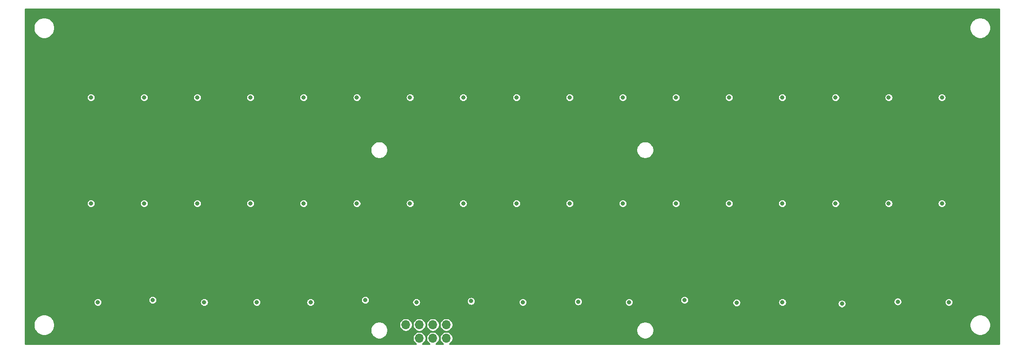
<source format=gbr>
G04 #@! TF.GenerationSoftware,KiCad,Pcbnew,(5.1.5-0-10_14)*
G04 #@! TF.CreationDate,2020-04-22T23:35:31+01:00*
G04 #@! TF.ProjectId,Display,44697370-6c61-4792-9e6b-696361645f70,rev?*
G04 #@! TF.SameCoordinates,Original*
G04 #@! TF.FileFunction,Copper,L2,Inr*
G04 #@! TF.FilePolarity,Positive*
%FSLAX46Y46*%
G04 Gerber Fmt 4.6, Leading zero omitted, Abs format (unit mm)*
G04 Created by KiCad (PCBNEW (5.1.5-0-10_14)) date 2020-04-22 23:35:31*
%MOMM*%
%LPD*%
G04 APERTURE LIST*
%ADD10O,1.700000X1.700000*%
%ADD11R,1.700000X1.700000*%
%ADD12C,0.800000*%
%ADD13C,0.254000*%
G04 APERTURE END LIST*
D10*
X107620000Y-87960000D03*
X107620000Y-90500000D03*
X105080000Y-87960000D03*
X105080000Y-90500000D03*
X102540000Y-87960000D03*
X102540000Y-90500000D03*
X100000000Y-87960000D03*
D11*
X100000000Y-90500000D03*
D12*
X42400000Y-46600000D03*
X38100000Y-43700000D03*
X48100000Y-43700000D03*
X58100000Y-43700000D03*
X68100000Y-43700000D03*
X78100000Y-43700000D03*
X88100000Y-43700000D03*
X98100000Y-43700000D03*
X108100000Y-43700000D03*
X118100000Y-43700000D03*
X128100000Y-43700000D03*
X138100000Y-43700000D03*
X148100000Y-43700000D03*
X158100000Y-43700000D03*
X168100000Y-43700000D03*
X178100000Y-43700000D03*
X188100000Y-43700000D03*
X198100000Y-43700000D03*
X38100000Y-63700000D03*
X48100000Y-63700000D03*
X58100000Y-63700000D03*
X68100000Y-63700000D03*
X78100000Y-63700000D03*
X88100000Y-63700000D03*
X98100000Y-63700000D03*
X108100000Y-63700000D03*
X118100000Y-63700000D03*
X128100000Y-63700000D03*
X138100000Y-63700000D03*
X148100000Y-63700000D03*
X158100000Y-63700000D03*
X168100000Y-63700000D03*
X178100000Y-63700000D03*
X188100000Y-63700000D03*
X198100000Y-63700000D03*
X38100000Y-83700000D03*
X58100000Y-83700000D03*
X68100000Y-83700000D03*
X78100000Y-83700000D03*
X98100000Y-83700000D03*
X108100000Y-83700000D03*
X118100000Y-83700000D03*
X128100000Y-83700000D03*
X138100000Y-83700000D03*
X148100000Y-83700000D03*
X158100000Y-83700000D03*
X168100000Y-83700000D03*
X178100000Y-83700000D03*
X188100000Y-83700000D03*
X198100000Y-83700000D03*
X52400000Y-46600000D03*
X62400000Y-46600000D03*
X72400000Y-46600000D03*
X82400000Y-46600000D03*
X92400000Y-46600000D03*
X102400000Y-46600000D03*
X112400000Y-46600000D03*
X122400000Y-46600000D03*
X132400000Y-46600000D03*
X142400000Y-46600000D03*
X152400000Y-46600000D03*
X162400000Y-46600000D03*
X172400000Y-46600000D03*
X182400000Y-46600000D03*
X192400000Y-46600000D03*
X202400000Y-46600000D03*
X42400000Y-66600000D03*
X52400000Y-66600000D03*
X62400000Y-66600000D03*
X72400000Y-66600000D03*
X82400000Y-66600000D03*
X92400000Y-66600000D03*
X102400000Y-66600000D03*
X112400000Y-66600000D03*
X122400000Y-66600000D03*
X132400000Y-66600000D03*
X142400000Y-66600000D03*
X152400000Y-66600000D03*
X162400000Y-66600000D03*
X172400000Y-66600000D03*
X182400000Y-66600000D03*
X192400000Y-66600000D03*
X202400000Y-66600000D03*
X116300000Y-91000000D03*
X47600000Y-83300000D03*
X87700000Y-83300000D03*
X108100000Y-83700000D03*
X40800000Y-45100000D03*
X50800000Y-45100000D03*
X60800000Y-45100000D03*
X70800000Y-45100000D03*
X80800000Y-45100000D03*
X90800000Y-45100000D03*
X100800000Y-45100000D03*
X110800000Y-45100000D03*
X120800000Y-45100000D03*
X130800000Y-45100000D03*
X140800000Y-45100000D03*
X150800000Y-45100000D03*
X160800000Y-45100000D03*
X170800000Y-45100000D03*
X180800000Y-45100000D03*
X190800000Y-45100000D03*
X200800000Y-45100000D03*
X40800000Y-65100000D03*
X50800000Y-65100000D03*
X60800000Y-65100000D03*
X70800000Y-65100000D03*
X80800000Y-65100000D03*
X90800000Y-65100000D03*
X100800000Y-65100000D03*
X110800000Y-65100000D03*
X120800000Y-65100000D03*
X130800000Y-65100000D03*
X140800000Y-65100000D03*
X150800000Y-65100000D03*
X160800000Y-65100000D03*
X170800000Y-65100000D03*
X180800000Y-65100000D03*
X190800000Y-65100000D03*
X200800000Y-65100000D03*
X42099996Y-83700000D03*
X62100000Y-83699996D03*
X72000000Y-83699998D03*
X82100000Y-83700000D03*
X52400000Y-83300000D03*
X92400000Y-83300000D03*
X102000000Y-83700000D03*
X112300000Y-83500000D03*
X122000000Y-83700000D03*
X132400000Y-83600000D03*
X142000000Y-83700000D03*
X152400000Y-83300000D03*
X162200000Y-83800000D03*
X192500000Y-83600000D03*
X202100000Y-83700000D03*
X170817500Y-83700000D03*
X182000000Y-84000000D03*
D13*
G36*
X211573001Y-91573000D02*
G01*
X108222683Y-91573000D01*
X108402167Y-91453073D01*
X108573073Y-91282167D01*
X108707353Y-91081202D01*
X108799847Y-90857903D01*
X108847000Y-90620849D01*
X108847000Y-90379151D01*
X108799847Y-90142097D01*
X108707353Y-89918798D01*
X108573073Y-89717833D01*
X108402167Y-89546927D01*
X108201202Y-89412647D01*
X107977903Y-89320153D01*
X107740849Y-89273000D01*
X107499151Y-89273000D01*
X107262097Y-89320153D01*
X107038798Y-89412647D01*
X106837833Y-89546927D01*
X106666927Y-89717833D01*
X106532647Y-89918798D01*
X106440153Y-90142097D01*
X106393000Y-90379151D01*
X106393000Y-90620849D01*
X106440153Y-90857903D01*
X106532647Y-91081202D01*
X106666927Y-91282167D01*
X106837833Y-91453073D01*
X107017317Y-91573000D01*
X105682683Y-91573000D01*
X105862167Y-91453073D01*
X106033073Y-91282167D01*
X106167353Y-91081202D01*
X106259847Y-90857903D01*
X106307000Y-90620849D01*
X106307000Y-90379151D01*
X106259847Y-90142097D01*
X106167353Y-89918798D01*
X106033073Y-89717833D01*
X105862167Y-89546927D01*
X105661202Y-89412647D01*
X105437903Y-89320153D01*
X105200849Y-89273000D01*
X104959151Y-89273000D01*
X104722097Y-89320153D01*
X104498798Y-89412647D01*
X104297833Y-89546927D01*
X104126927Y-89717833D01*
X103992647Y-89918798D01*
X103900153Y-90142097D01*
X103853000Y-90379151D01*
X103853000Y-90620849D01*
X103900153Y-90857903D01*
X103992647Y-91081202D01*
X104126927Y-91282167D01*
X104297833Y-91453073D01*
X104477317Y-91573000D01*
X103142683Y-91573000D01*
X103322167Y-91453073D01*
X103493073Y-91282167D01*
X103627353Y-91081202D01*
X103719847Y-90857903D01*
X103767000Y-90620849D01*
X103767000Y-90379151D01*
X103719847Y-90142097D01*
X103627353Y-89918798D01*
X103493073Y-89717833D01*
X103322167Y-89546927D01*
X103121202Y-89412647D01*
X102897903Y-89320153D01*
X102660849Y-89273000D01*
X102419151Y-89273000D01*
X102182097Y-89320153D01*
X101958798Y-89412647D01*
X101757833Y-89546927D01*
X101586927Y-89717833D01*
X101452647Y-89918798D01*
X101360153Y-90142097D01*
X101313000Y-90379151D01*
X101313000Y-90620849D01*
X101360153Y-90857903D01*
X101452647Y-91081202D01*
X101586927Y-91282167D01*
X101757833Y-91453073D01*
X101937317Y-91573000D01*
X28427000Y-91573000D01*
X28427000Y-87805282D01*
X30023000Y-87805282D01*
X30023000Y-88194718D01*
X30098975Y-88576670D01*
X30248005Y-88936461D01*
X30464364Y-89260264D01*
X30739736Y-89535636D01*
X31063539Y-89751995D01*
X31423330Y-89901025D01*
X31805282Y-89977000D01*
X32194718Y-89977000D01*
X32576670Y-89901025D01*
X32936461Y-89751995D01*
X33260264Y-89535636D01*
X33535636Y-89260264D01*
X33751995Y-88936461D01*
X33792051Y-88839755D01*
X93373000Y-88839755D01*
X93373000Y-89160245D01*
X93435525Y-89474578D01*
X93558172Y-89770673D01*
X93736227Y-90037152D01*
X93962848Y-90263773D01*
X94229327Y-90441828D01*
X94525422Y-90564475D01*
X94839755Y-90627000D01*
X95160245Y-90627000D01*
X95474578Y-90564475D01*
X95770673Y-90441828D01*
X96037152Y-90263773D01*
X96263773Y-90037152D01*
X96441828Y-89770673D01*
X96564475Y-89474578D01*
X96627000Y-89160245D01*
X96627000Y-88839755D01*
X96564475Y-88525422D01*
X96441828Y-88229327D01*
X96263773Y-87962848D01*
X96140076Y-87839151D01*
X98773000Y-87839151D01*
X98773000Y-88080849D01*
X98820153Y-88317903D01*
X98912647Y-88541202D01*
X99046927Y-88742167D01*
X99217833Y-88913073D01*
X99418798Y-89047353D01*
X99642097Y-89139847D01*
X99879151Y-89187000D01*
X100120849Y-89187000D01*
X100357903Y-89139847D01*
X100581202Y-89047353D01*
X100782167Y-88913073D01*
X100953073Y-88742167D01*
X101087353Y-88541202D01*
X101179847Y-88317903D01*
X101227000Y-88080849D01*
X101227000Y-87839151D01*
X101313000Y-87839151D01*
X101313000Y-88080849D01*
X101360153Y-88317903D01*
X101452647Y-88541202D01*
X101586927Y-88742167D01*
X101757833Y-88913073D01*
X101958798Y-89047353D01*
X102182097Y-89139847D01*
X102419151Y-89187000D01*
X102660849Y-89187000D01*
X102897903Y-89139847D01*
X103121202Y-89047353D01*
X103322167Y-88913073D01*
X103493073Y-88742167D01*
X103627353Y-88541202D01*
X103719847Y-88317903D01*
X103767000Y-88080849D01*
X103767000Y-87839151D01*
X103853000Y-87839151D01*
X103853000Y-88080849D01*
X103900153Y-88317903D01*
X103992647Y-88541202D01*
X104126927Y-88742167D01*
X104297833Y-88913073D01*
X104498798Y-89047353D01*
X104722097Y-89139847D01*
X104959151Y-89187000D01*
X105200849Y-89187000D01*
X105437903Y-89139847D01*
X105661202Y-89047353D01*
X105862167Y-88913073D01*
X106033073Y-88742167D01*
X106167353Y-88541202D01*
X106259847Y-88317903D01*
X106307000Y-88080849D01*
X106307000Y-87839151D01*
X106393000Y-87839151D01*
X106393000Y-88080849D01*
X106440153Y-88317903D01*
X106532647Y-88541202D01*
X106666927Y-88742167D01*
X106837833Y-88913073D01*
X107038798Y-89047353D01*
X107262097Y-89139847D01*
X107499151Y-89187000D01*
X107740849Y-89187000D01*
X107977903Y-89139847D01*
X108201202Y-89047353D01*
X108402167Y-88913073D01*
X108475485Y-88839755D01*
X143373000Y-88839755D01*
X143373000Y-89160245D01*
X143435525Y-89474578D01*
X143558172Y-89770673D01*
X143736227Y-90037152D01*
X143962848Y-90263773D01*
X144229327Y-90441828D01*
X144525422Y-90564475D01*
X144839755Y-90627000D01*
X145160245Y-90627000D01*
X145474578Y-90564475D01*
X145770673Y-90441828D01*
X146037152Y-90263773D01*
X146263773Y-90037152D01*
X146441828Y-89770673D01*
X146564475Y-89474578D01*
X146627000Y-89160245D01*
X146627000Y-88839755D01*
X146564475Y-88525422D01*
X146441828Y-88229327D01*
X146263773Y-87962848D01*
X146106207Y-87805282D01*
X206023000Y-87805282D01*
X206023000Y-88194718D01*
X206098975Y-88576670D01*
X206248005Y-88936461D01*
X206464364Y-89260264D01*
X206739736Y-89535636D01*
X207063539Y-89751995D01*
X207423330Y-89901025D01*
X207805282Y-89977000D01*
X208194718Y-89977000D01*
X208576670Y-89901025D01*
X208936461Y-89751995D01*
X209260264Y-89535636D01*
X209535636Y-89260264D01*
X209751995Y-88936461D01*
X209901025Y-88576670D01*
X209977000Y-88194718D01*
X209977000Y-87805282D01*
X209901025Y-87423330D01*
X209751995Y-87063539D01*
X209535636Y-86739736D01*
X209260264Y-86464364D01*
X208936461Y-86248005D01*
X208576670Y-86098975D01*
X208194718Y-86023000D01*
X207805282Y-86023000D01*
X207423330Y-86098975D01*
X207063539Y-86248005D01*
X206739736Y-86464364D01*
X206464364Y-86739736D01*
X206248005Y-87063539D01*
X206098975Y-87423330D01*
X206023000Y-87805282D01*
X146106207Y-87805282D01*
X146037152Y-87736227D01*
X145770673Y-87558172D01*
X145474578Y-87435525D01*
X145160245Y-87373000D01*
X144839755Y-87373000D01*
X144525422Y-87435525D01*
X144229327Y-87558172D01*
X143962848Y-87736227D01*
X143736227Y-87962848D01*
X143558172Y-88229327D01*
X143435525Y-88525422D01*
X143373000Y-88839755D01*
X108475485Y-88839755D01*
X108573073Y-88742167D01*
X108707353Y-88541202D01*
X108799847Y-88317903D01*
X108847000Y-88080849D01*
X108847000Y-87839151D01*
X108799847Y-87602097D01*
X108707353Y-87378798D01*
X108573073Y-87177833D01*
X108402167Y-87006927D01*
X108201202Y-86872647D01*
X107977903Y-86780153D01*
X107740849Y-86733000D01*
X107499151Y-86733000D01*
X107262097Y-86780153D01*
X107038798Y-86872647D01*
X106837833Y-87006927D01*
X106666927Y-87177833D01*
X106532647Y-87378798D01*
X106440153Y-87602097D01*
X106393000Y-87839151D01*
X106307000Y-87839151D01*
X106259847Y-87602097D01*
X106167353Y-87378798D01*
X106033073Y-87177833D01*
X105862167Y-87006927D01*
X105661202Y-86872647D01*
X105437903Y-86780153D01*
X105200849Y-86733000D01*
X104959151Y-86733000D01*
X104722097Y-86780153D01*
X104498798Y-86872647D01*
X104297833Y-87006927D01*
X104126927Y-87177833D01*
X103992647Y-87378798D01*
X103900153Y-87602097D01*
X103853000Y-87839151D01*
X103767000Y-87839151D01*
X103719847Y-87602097D01*
X103627353Y-87378798D01*
X103493073Y-87177833D01*
X103322167Y-87006927D01*
X103121202Y-86872647D01*
X102897903Y-86780153D01*
X102660849Y-86733000D01*
X102419151Y-86733000D01*
X102182097Y-86780153D01*
X101958798Y-86872647D01*
X101757833Y-87006927D01*
X101586927Y-87177833D01*
X101452647Y-87378798D01*
X101360153Y-87602097D01*
X101313000Y-87839151D01*
X101227000Y-87839151D01*
X101179847Y-87602097D01*
X101087353Y-87378798D01*
X100953073Y-87177833D01*
X100782167Y-87006927D01*
X100581202Y-86872647D01*
X100357903Y-86780153D01*
X100120849Y-86733000D01*
X99879151Y-86733000D01*
X99642097Y-86780153D01*
X99418798Y-86872647D01*
X99217833Y-87006927D01*
X99046927Y-87177833D01*
X98912647Y-87378798D01*
X98820153Y-87602097D01*
X98773000Y-87839151D01*
X96140076Y-87839151D01*
X96037152Y-87736227D01*
X95770673Y-87558172D01*
X95474578Y-87435525D01*
X95160245Y-87373000D01*
X94839755Y-87373000D01*
X94525422Y-87435525D01*
X94229327Y-87558172D01*
X93962848Y-87736227D01*
X93736227Y-87962848D01*
X93558172Y-88229327D01*
X93435525Y-88525422D01*
X93373000Y-88839755D01*
X33792051Y-88839755D01*
X33901025Y-88576670D01*
X33977000Y-88194718D01*
X33977000Y-87805282D01*
X33901025Y-87423330D01*
X33751995Y-87063539D01*
X33535636Y-86739736D01*
X33260264Y-86464364D01*
X32936461Y-86248005D01*
X32576670Y-86098975D01*
X32194718Y-86023000D01*
X31805282Y-86023000D01*
X31423330Y-86098975D01*
X31063539Y-86248005D01*
X30739736Y-86464364D01*
X30464364Y-86739736D01*
X30248005Y-87063539D01*
X30098975Y-87423330D01*
X30023000Y-87805282D01*
X28427000Y-87805282D01*
X28427000Y-83623472D01*
X41322996Y-83623472D01*
X41322996Y-83776528D01*
X41352855Y-83926643D01*
X41411427Y-84068048D01*
X41496460Y-84195309D01*
X41604687Y-84303536D01*
X41731948Y-84388569D01*
X41873353Y-84447141D01*
X42023468Y-84477000D01*
X42176524Y-84477000D01*
X42326639Y-84447141D01*
X42468044Y-84388569D01*
X42595305Y-84303536D01*
X42703532Y-84195309D01*
X42788565Y-84068048D01*
X42847137Y-83926643D01*
X42876996Y-83776528D01*
X42876996Y-83623472D01*
X42847137Y-83473357D01*
X42788565Y-83331952D01*
X42716082Y-83223472D01*
X51623000Y-83223472D01*
X51623000Y-83376528D01*
X51652859Y-83526643D01*
X51711431Y-83668048D01*
X51796464Y-83795309D01*
X51904691Y-83903536D01*
X52031952Y-83988569D01*
X52173357Y-84047141D01*
X52323472Y-84077000D01*
X52476528Y-84077000D01*
X52626643Y-84047141D01*
X52768048Y-83988569D01*
X52895309Y-83903536D01*
X53003536Y-83795309D01*
X53088569Y-83668048D01*
X53107034Y-83623468D01*
X61323000Y-83623468D01*
X61323000Y-83776524D01*
X61352859Y-83926639D01*
X61411431Y-84068044D01*
X61496464Y-84195305D01*
X61604691Y-84303532D01*
X61731952Y-84388565D01*
X61873357Y-84447137D01*
X62023472Y-84476996D01*
X62176528Y-84476996D01*
X62326643Y-84447137D01*
X62468048Y-84388565D01*
X62595309Y-84303532D01*
X62703536Y-84195305D01*
X62788569Y-84068044D01*
X62847141Y-83926639D01*
X62877000Y-83776524D01*
X62877000Y-83623470D01*
X71223000Y-83623470D01*
X71223000Y-83776526D01*
X71252859Y-83926641D01*
X71311431Y-84068046D01*
X71396464Y-84195307D01*
X71504691Y-84303534D01*
X71631952Y-84388567D01*
X71773357Y-84447139D01*
X71923472Y-84476998D01*
X72076528Y-84476998D01*
X72226643Y-84447139D01*
X72368048Y-84388567D01*
X72495309Y-84303534D01*
X72603536Y-84195307D01*
X72688569Y-84068046D01*
X72747141Y-83926641D01*
X72777000Y-83776526D01*
X72777000Y-83623472D01*
X81323000Y-83623472D01*
X81323000Y-83776528D01*
X81352859Y-83926643D01*
X81411431Y-84068048D01*
X81496464Y-84195309D01*
X81604691Y-84303536D01*
X81731952Y-84388569D01*
X81873357Y-84447141D01*
X82023472Y-84477000D01*
X82176528Y-84477000D01*
X82326643Y-84447141D01*
X82468048Y-84388569D01*
X82595309Y-84303536D01*
X82703536Y-84195309D01*
X82788569Y-84068048D01*
X82847141Y-83926643D01*
X82877000Y-83776528D01*
X82877000Y-83623472D01*
X82847141Y-83473357D01*
X82788569Y-83331952D01*
X82716086Y-83223472D01*
X91623000Y-83223472D01*
X91623000Y-83376528D01*
X91652859Y-83526643D01*
X91711431Y-83668048D01*
X91796464Y-83795309D01*
X91904691Y-83903536D01*
X92031952Y-83988569D01*
X92173357Y-84047141D01*
X92323472Y-84077000D01*
X92476528Y-84077000D01*
X92626643Y-84047141D01*
X92768048Y-83988569D01*
X92895309Y-83903536D01*
X93003536Y-83795309D01*
X93088569Y-83668048D01*
X93107033Y-83623472D01*
X101223000Y-83623472D01*
X101223000Y-83776528D01*
X101252859Y-83926643D01*
X101311431Y-84068048D01*
X101396464Y-84195309D01*
X101504691Y-84303536D01*
X101631952Y-84388569D01*
X101773357Y-84447141D01*
X101923472Y-84477000D01*
X102076528Y-84477000D01*
X102226643Y-84447141D01*
X102368048Y-84388569D01*
X102495309Y-84303536D01*
X102603536Y-84195309D01*
X102688569Y-84068048D01*
X102747141Y-83926643D01*
X102777000Y-83776528D01*
X102777000Y-83623472D01*
X102747141Y-83473357D01*
X102726478Y-83423472D01*
X111523000Y-83423472D01*
X111523000Y-83576528D01*
X111552859Y-83726643D01*
X111611431Y-83868048D01*
X111696464Y-83995309D01*
X111804691Y-84103536D01*
X111931952Y-84188569D01*
X112073357Y-84247141D01*
X112223472Y-84277000D01*
X112376528Y-84277000D01*
X112526643Y-84247141D01*
X112668048Y-84188569D01*
X112795309Y-84103536D01*
X112903536Y-83995309D01*
X112988569Y-83868048D01*
X113047141Y-83726643D01*
X113067662Y-83623472D01*
X121223000Y-83623472D01*
X121223000Y-83776528D01*
X121252859Y-83926643D01*
X121311431Y-84068048D01*
X121396464Y-84195309D01*
X121504691Y-84303536D01*
X121631952Y-84388569D01*
X121773357Y-84447141D01*
X121923472Y-84477000D01*
X122076528Y-84477000D01*
X122226643Y-84447141D01*
X122368048Y-84388569D01*
X122495309Y-84303536D01*
X122603536Y-84195309D01*
X122688569Y-84068048D01*
X122747141Y-83926643D01*
X122777000Y-83776528D01*
X122777000Y-83623472D01*
X122757110Y-83523472D01*
X131623000Y-83523472D01*
X131623000Y-83676528D01*
X131652859Y-83826643D01*
X131711431Y-83968048D01*
X131796464Y-84095309D01*
X131904691Y-84203536D01*
X132031952Y-84288569D01*
X132173357Y-84347141D01*
X132323472Y-84377000D01*
X132476528Y-84377000D01*
X132626643Y-84347141D01*
X132768048Y-84288569D01*
X132895309Y-84203536D01*
X133003536Y-84095309D01*
X133088569Y-83968048D01*
X133147141Y-83826643D01*
X133177000Y-83676528D01*
X133177000Y-83623472D01*
X141223000Y-83623472D01*
X141223000Y-83776528D01*
X141252859Y-83926643D01*
X141311431Y-84068048D01*
X141396464Y-84195309D01*
X141504691Y-84303536D01*
X141631952Y-84388569D01*
X141773357Y-84447141D01*
X141923472Y-84477000D01*
X142076528Y-84477000D01*
X142226643Y-84447141D01*
X142368048Y-84388569D01*
X142495309Y-84303536D01*
X142603536Y-84195309D01*
X142688569Y-84068048D01*
X142747141Y-83926643D01*
X142777000Y-83776528D01*
X142777000Y-83623472D01*
X142747141Y-83473357D01*
X142688569Y-83331952D01*
X142616086Y-83223472D01*
X151623000Y-83223472D01*
X151623000Y-83376528D01*
X151652859Y-83526643D01*
X151711431Y-83668048D01*
X151796464Y-83795309D01*
X151904691Y-83903536D01*
X152031952Y-83988569D01*
X152173357Y-84047141D01*
X152323472Y-84077000D01*
X152476528Y-84077000D01*
X152626643Y-84047141D01*
X152768048Y-83988569D01*
X152895309Y-83903536D01*
X153003536Y-83795309D01*
X153051535Y-83723472D01*
X161423000Y-83723472D01*
X161423000Y-83876528D01*
X161452859Y-84026643D01*
X161511431Y-84168048D01*
X161596464Y-84295309D01*
X161704691Y-84403536D01*
X161831952Y-84488569D01*
X161973357Y-84547141D01*
X162123472Y-84577000D01*
X162276528Y-84577000D01*
X162426643Y-84547141D01*
X162568048Y-84488569D01*
X162695309Y-84403536D01*
X162803536Y-84295309D01*
X162888569Y-84168048D01*
X162947141Y-84026643D01*
X162977000Y-83876528D01*
X162977000Y-83723472D01*
X162957110Y-83623472D01*
X170040500Y-83623472D01*
X170040500Y-83776528D01*
X170070359Y-83926643D01*
X170128931Y-84068048D01*
X170213964Y-84195309D01*
X170322191Y-84303536D01*
X170449452Y-84388569D01*
X170590857Y-84447141D01*
X170740972Y-84477000D01*
X170894028Y-84477000D01*
X171044143Y-84447141D01*
X171185548Y-84388569D01*
X171312809Y-84303536D01*
X171421036Y-84195309D01*
X171506069Y-84068048D01*
X171564641Y-83926643D01*
X171565271Y-83923472D01*
X181223000Y-83923472D01*
X181223000Y-84076528D01*
X181252859Y-84226643D01*
X181311431Y-84368048D01*
X181396464Y-84495309D01*
X181504691Y-84603536D01*
X181631952Y-84688569D01*
X181773357Y-84747141D01*
X181923472Y-84777000D01*
X182076528Y-84777000D01*
X182226643Y-84747141D01*
X182368048Y-84688569D01*
X182495309Y-84603536D01*
X182603536Y-84495309D01*
X182688569Y-84368048D01*
X182747141Y-84226643D01*
X182777000Y-84076528D01*
X182777000Y-83923472D01*
X182747141Y-83773357D01*
X182688569Y-83631952D01*
X182616086Y-83523472D01*
X191723000Y-83523472D01*
X191723000Y-83676528D01*
X191752859Y-83826643D01*
X191811431Y-83968048D01*
X191896464Y-84095309D01*
X192004691Y-84203536D01*
X192131952Y-84288569D01*
X192273357Y-84347141D01*
X192423472Y-84377000D01*
X192576528Y-84377000D01*
X192726643Y-84347141D01*
X192868048Y-84288569D01*
X192995309Y-84203536D01*
X193103536Y-84095309D01*
X193188569Y-83968048D01*
X193247141Y-83826643D01*
X193277000Y-83676528D01*
X193277000Y-83623472D01*
X201323000Y-83623472D01*
X201323000Y-83776528D01*
X201352859Y-83926643D01*
X201411431Y-84068048D01*
X201496464Y-84195309D01*
X201604691Y-84303536D01*
X201731952Y-84388569D01*
X201873357Y-84447141D01*
X202023472Y-84477000D01*
X202176528Y-84477000D01*
X202326643Y-84447141D01*
X202468048Y-84388569D01*
X202595309Y-84303536D01*
X202703536Y-84195309D01*
X202788569Y-84068048D01*
X202847141Y-83926643D01*
X202877000Y-83776528D01*
X202877000Y-83623472D01*
X202847141Y-83473357D01*
X202788569Y-83331952D01*
X202703536Y-83204691D01*
X202595309Y-83096464D01*
X202468048Y-83011431D01*
X202326643Y-82952859D01*
X202176528Y-82923000D01*
X202023472Y-82923000D01*
X201873357Y-82952859D01*
X201731952Y-83011431D01*
X201604691Y-83096464D01*
X201496464Y-83204691D01*
X201411431Y-83331952D01*
X201352859Y-83473357D01*
X201323000Y-83623472D01*
X193277000Y-83623472D01*
X193277000Y-83523472D01*
X193247141Y-83373357D01*
X193188569Y-83231952D01*
X193103536Y-83104691D01*
X192995309Y-82996464D01*
X192868048Y-82911431D01*
X192726643Y-82852859D01*
X192576528Y-82823000D01*
X192423472Y-82823000D01*
X192273357Y-82852859D01*
X192131952Y-82911431D01*
X192004691Y-82996464D01*
X191896464Y-83104691D01*
X191811431Y-83231952D01*
X191752859Y-83373357D01*
X191723000Y-83523472D01*
X182616086Y-83523472D01*
X182603536Y-83504691D01*
X182495309Y-83396464D01*
X182368048Y-83311431D01*
X182226643Y-83252859D01*
X182076528Y-83223000D01*
X181923472Y-83223000D01*
X181773357Y-83252859D01*
X181631952Y-83311431D01*
X181504691Y-83396464D01*
X181396464Y-83504691D01*
X181311431Y-83631952D01*
X181252859Y-83773357D01*
X181223000Y-83923472D01*
X171565271Y-83923472D01*
X171594500Y-83776528D01*
X171594500Y-83623472D01*
X171564641Y-83473357D01*
X171506069Y-83331952D01*
X171421036Y-83204691D01*
X171312809Y-83096464D01*
X171185548Y-83011431D01*
X171044143Y-82952859D01*
X170894028Y-82923000D01*
X170740972Y-82923000D01*
X170590857Y-82952859D01*
X170449452Y-83011431D01*
X170322191Y-83096464D01*
X170213964Y-83204691D01*
X170128931Y-83331952D01*
X170070359Y-83473357D01*
X170040500Y-83623472D01*
X162957110Y-83623472D01*
X162947141Y-83573357D01*
X162888569Y-83431952D01*
X162803536Y-83304691D01*
X162695309Y-83196464D01*
X162568048Y-83111431D01*
X162426643Y-83052859D01*
X162276528Y-83023000D01*
X162123472Y-83023000D01*
X161973357Y-83052859D01*
X161831952Y-83111431D01*
X161704691Y-83196464D01*
X161596464Y-83304691D01*
X161511431Y-83431952D01*
X161452859Y-83573357D01*
X161423000Y-83723472D01*
X153051535Y-83723472D01*
X153088569Y-83668048D01*
X153147141Y-83526643D01*
X153177000Y-83376528D01*
X153177000Y-83223472D01*
X153147141Y-83073357D01*
X153088569Y-82931952D01*
X153003536Y-82804691D01*
X152895309Y-82696464D01*
X152768048Y-82611431D01*
X152626643Y-82552859D01*
X152476528Y-82523000D01*
X152323472Y-82523000D01*
X152173357Y-82552859D01*
X152031952Y-82611431D01*
X151904691Y-82696464D01*
X151796464Y-82804691D01*
X151711431Y-82931952D01*
X151652859Y-83073357D01*
X151623000Y-83223472D01*
X142616086Y-83223472D01*
X142603536Y-83204691D01*
X142495309Y-83096464D01*
X142368048Y-83011431D01*
X142226643Y-82952859D01*
X142076528Y-82923000D01*
X141923472Y-82923000D01*
X141773357Y-82952859D01*
X141631952Y-83011431D01*
X141504691Y-83096464D01*
X141396464Y-83204691D01*
X141311431Y-83331952D01*
X141252859Y-83473357D01*
X141223000Y-83623472D01*
X133177000Y-83623472D01*
X133177000Y-83523472D01*
X133147141Y-83373357D01*
X133088569Y-83231952D01*
X133003536Y-83104691D01*
X132895309Y-82996464D01*
X132768048Y-82911431D01*
X132626643Y-82852859D01*
X132476528Y-82823000D01*
X132323472Y-82823000D01*
X132173357Y-82852859D01*
X132031952Y-82911431D01*
X131904691Y-82996464D01*
X131796464Y-83104691D01*
X131711431Y-83231952D01*
X131652859Y-83373357D01*
X131623000Y-83523472D01*
X122757110Y-83523472D01*
X122747141Y-83473357D01*
X122688569Y-83331952D01*
X122603536Y-83204691D01*
X122495309Y-83096464D01*
X122368048Y-83011431D01*
X122226643Y-82952859D01*
X122076528Y-82923000D01*
X121923472Y-82923000D01*
X121773357Y-82952859D01*
X121631952Y-83011431D01*
X121504691Y-83096464D01*
X121396464Y-83204691D01*
X121311431Y-83331952D01*
X121252859Y-83473357D01*
X121223000Y-83623472D01*
X113067662Y-83623472D01*
X113077000Y-83576528D01*
X113077000Y-83423472D01*
X113047141Y-83273357D01*
X112988569Y-83131952D01*
X112903536Y-83004691D01*
X112795309Y-82896464D01*
X112668048Y-82811431D01*
X112526643Y-82752859D01*
X112376528Y-82723000D01*
X112223472Y-82723000D01*
X112073357Y-82752859D01*
X111931952Y-82811431D01*
X111804691Y-82896464D01*
X111696464Y-83004691D01*
X111611431Y-83131952D01*
X111552859Y-83273357D01*
X111523000Y-83423472D01*
X102726478Y-83423472D01*
X102688569Y-83331952D01*
X102603536Y-83204691D01*
X102495309Y-83096464D01*
X102368048Y-83011431D01*
X102226643Y-82952859D01*
X102076528Y-82923000D01*
X101923472Y-82923000D01*
X101773357Y-82952859D01*
X101631952Y-83011431D01*
X101504691Y-83096464D01*
X101396464Y-83204691D01*
X101311431Y-83331952D01*
X101252859Y-83473357D01*
X101223000Y-83623472D01*
X93107033Y-83623472D01*
X93147141Y-83526643D01*
X93177000Y-83376528D01*
X93177000Y-83223472D01*
X93147141Y-83073357D01*
X93088569Y-82931952D01*
X93003536Y-82804691D01*
X92895309Y-82696464D01*
X92768048Y-82611431D01*
X92626643Y-82552859D01*
X92476528Y-82523000D01*
X92323472Y-82523000D01*
X92173357Y-82552859D01*
X92031952Y-82611431D01*
X91904691Y-82696464D01*
X91796464Y-82804691D01*
X91711431Y-82931952D01*
X91652859Y-83073357D01*
X91623000Y-83223472D01*
X82716086Y-83223472D01*
X82703536Y-83204691D01*
X82595309Y-83096464D01*
X82468048Y-83011431D01*
X82326643Y-82952859D01*
X82176528Y-82923000D01*
X82023472Y-82923000D01*
X81873357Y-82952859D01*
X81731952Y-83011431D01*
X81604691Y-83096464D01*
X81496464Y-83204691D01*
X81411431Y-83331952D01*
X81352859Y-83473357D01*
X81323000Y-83623472D01*
X72777000Y-83623472D01*
X72777000Y-83623470D01*
X72747141Y-83473355D01*
X72688569Y-83331950D01*
X72603536Y-83204689D01*
X72495309Y-83096462D01*
X72368048Y-83011429D01*
X72226643Y-82952857D01*
X72076528Y-82922998D01*
X71923472Y-82922998D01*
X71773357Y-82952857D01*
X71631952Y-83011429D01*
X71504691Y-83096462D01*
X71396464Y-83204689D01*
X71311431Y-83331950D01*
X71252859Y-83473355D01*
X71223000Y-83623470D01*
X62877000Y-83623470D01*
X62877000Y-83623468D01*
X62847141Y-83473353D01*
X62788569Y-83331948D01*
X62703536Y-83204687D01*
X62595309Y-83096460D01*
X62468048Y-83011427D01*
X62326643Y-82952855D01*
X62176528Y-82922996D01*
X62023472Y-82922996D01*
X61873357Y-82952855D01*
X61731952Y-83011427D01*
X61604691Y-83096460D01*
X61496464Y-83204687D01*
X61411431Y-83331948D01*
X61352859Y-83473353D01*
X61323000Y-83623468D01*
X53107034Y-83623468D01*
X53147141Y-83526643D01*
X53177000Y-83376528D01*
X53177000Y-83223472D01*
X53147141Y-83073357D01*
X53088569Y-82931952D01*
X53003536Y-82804691D01*
X52895309Y-82696464D01*
X52768048Y-82611431D01*
X52626643Y-82552859D01*
X52476528Y-82523000D01*
X52323472Y-82523000D01*
X52173357Y-82552859D01*
X52031952Y-82611431D01*
X51904691Y-82696464D01*
X51796464Y-82804691D01*
X51711431Y-82931952D01*
X51652859Y-83073357D01*
X51623000Y-83223472D01*
X42716082Y-83223472D01*
X42703532Y-83204691D01*
X42595305Y-83096464D01*
X42468044Y-83011431D01*
X42326639Y-82952859D01*
X42176524Y-82923000D01*
X42023468Y-82923000D01*
X41873353Y-82952859D01*
X41731948Y-83011431D01*
X41604687Y-83096464D01*
X41496460Y-83204691D01*
X41411427Y-83331952D01*
X41352855Y-83473357D01*
X41322996Y-83623472D01*
X28427000Y-83623472D01*
X28427000Y-65023472D01*
X40023000Y-65023472D01*
X40023000Y-65176528D01*
X40052859Y-65326643D01*
X40111431Y-65468048D01*
X40196464Y-65595309D01*
X40304691Y-65703536D01*
X40431952Y-65788569D01*
X40573357Y-65847141D01*
X40723472Y-65877000D01*
X40876528Y-65877000D01*
X41026643Y-65847141D01*
X41168048Y-65788569D01*
X41295309Y-65703536D01*
X41403536Y-65595309D01*
X41488569Y-65468048D01*
X41547141Y-65326643D01*
X41577000Y-65176528D01*
X41577000Y-65023472D01*
X50023000Y-65023472D01*
X50023000Y-65176528D01*
X50052859Y-65326643D01*
X50111431Y-65468048D01*
X50196464Y-65595309D01*
X50304691Y-65703536D01*
X50431952Y-65788569D01*
X50573357Y-65847141D01*
X50723472Y-65877000D01*
X50876528Y-65877000D01*
X51026643Y-65847141D01*
X51168048Y-65788569D01*
X51295309Y-65703536D01*
X51403536Y-65595309D01*
X51488569Y-65468048D01*
X51547141Y-65326643D01*
X51577000Y-65176528D01*
X51577000Y-65023472D01*
X60023000Y-65023472D01*
X60023000Y-65176528D01*
X60052859Y-65326643D01*
X60111431Y-65468048D01*
X60196464Y-65595309D01*
X60304691Y-65703536D01*
X60431952Y-65788569D01*
X60573357Y-65847141D01*
X60723472Y-65877000D01*
X60876528Y-65877000D01*
X61026643Y-65847141D01*
X61168048Y-65788569D01*
X61295309Y-65703536D01*
X61403536Y-65595309D01*
X61488569Y-65468048D01*
X61547141Y-65326643D01*
X61577000Y-65176528D01*
X61577000Y-65023472D01*
X70023000Y-65023472D01*
X70023000Y-65176528D01*
X70052859Y-65326643D01*
X70111431Y-65468048D01*
X70196464Y-65595309D01*
X70304691Y-65703536D01*
X70431952Y-65788569D01*
X70573357Y-65847141D01*
X70723472Y-65877000D01*
X70876528Y-65877000D01*
X71026643Y-65847141D01*
X71168048Y-65788569D01*
X71295309Y-65703536D01*
X71403536Y-65595309D01*
X71488569Y-65468048D01*
X71547141Y-65326643D01*
X71577000Y-65176528D01*
X71577000Y-65023472D01*
X80023000Y-65023472D01*
X80023000Y-65176528D01*
X80052859Y-65326643D01*
X80111431Y-65468048D01*
X80196464Y-65595309D01*
X80304691Y-65703536D01*
X80431952Y-65788569D01*
X80573357Y-65847141D01*
X80723472Y-65877000D01*
X80876528Y-65877000D01*
X81026643Y-65847141D01*
X81168048Y-65788569D01*
X81295309Y-65703536D01*
X81403536Y-65595309D01*
X81488569Y-65468048D01*
X81547141Y-65326643D01*
X81577000Y-65176528D01*
X81577000Y-65023472D01*
X90023000Y-65023472D01*
X90023000Y-65176528D01*
X90052859Y-65326643D01*
X90111431Y-65468048D01*
X90196464Y-65595309D01*
X90304691Y-65703536D01*
X90431952Y-65788569D01*
X90573357Y-65847141D01*
X90723472Y-65877000D01*
X90876528Y-65877000D01*
X91026643Y-65847141D01*
X91168048Y-65788569D01*
X91295309Y-65703536D01*
X91403536Y-65595309D01*
X91488569Y-65468048D01*
X91547141Y-65326643D01*
X91577000Y-65176528D01*
X91577000Y-65023472D01*
X100023000Y-65023472D01*
X100023000Y-65176528D01*
X100052859Y-65326643D01*
X100111431Y-65468048D01*
X100196464Y-65595309D01*
X100304691Y-65703536D01*
X100431952Y-65788569D01*
X100573357Y-65847141D01*
X100723472Y-65877000D01*
X100876528Y-65877000D01*
X101026643Y-65847141D01*
X101168048Y-65788569D01*
X101295309Y-65703536D01*
X101403536Y-65595309D01*
X101488569Y-65468048D01*
X101547141Y-65326643D01*
X101577000Y-65176528D01*
X101577000Y-65023472D01*
X110023000Y-65023472D01*
X110023000Y-65176528D01*
X110052859Y-65326643D01*
X110111431Y-65468048D01*
X110196464Y-65595309D01*
X110304691Y-65703536D01*
X110431952Y-65788569D01*
X110573357Y-65847141D01*
X110723472Y-65877000D01*
X110876528Y-65877000D01*
X111026643Y-65847141D01*
X111168048Y-65788569D01*
X111295309Y-65703536D01*
X111403536Y-65595309D01*
X111488569Y-65468048D01*
X111547141Y-65326643D01*
X111577000Y-65176528D01*
X111577000Y-65023472D01*
X120023000Y-65023472D01*
X120023000Y-65176528D01*
X120052859Y-65326643D01*
X120111431Y-65468048D01*
X120196464Y-65595309D01*
X120304691Y-65703536D01*
X120431952Y-65788569D01*
X120573357Y-65847141D01*
X120723472Y-65877000D01*
X120876528Y-65877000D01*
X121026643Y-65847141D01*
X121168048Y-65788569D01*
X121295309Y-65703536D01*
X121403536Y-65595309D01*
X121488569Y-65468048D01*
X121547141Y-65326643D01*
X121577000Y-65176528D01*
X121577000Y-65023472D01*
X130023000Y-65023472D01*
X130023000Y-65176528D01*
X130052859Y-65326643D01*
X130111431Y-65468048D01*
X130196464Y-65595309D01*
X130304691Y-65703536D01*
X130431952Y-65788569D01*
X130573357Y-65847141D01*
X130723472Y-65877000D01*
X130876528Y-65877000D01*
X131026643Y-65847141D01*
X131168048Y-65788569D01*
X131295309Y-65703536D01*
X131403536Y-65595309D01*
X131488569Y-65468048D01*
X131547141Y-65326643D01*
X131577000Y-65176528D01*
X131577000Y-65023472D01*
X140023000Y-65023472D01*
X140023000Y-65176528D01*
X140052859Y-65326643D01*
X140111431Y-65468048D01*
X140196464Y-65595309D01*
X140304691Y-65703536D01*
X140431952Y-65788569D01*
X140573357Y-65847141D01*
X140723472Y-65877000D01*
X140876528Y-65877000D01*
X141026643Y-65847141D01*
X141168048Y-65788569D01*
X141295309Y-65703536D01*
X141403536Y-65595309D01*
X141488569Y-65468048D01*
X141547141Y-65326643D01*
X141577000Y-65176528D01*
X141577000Y-65023472D01*
X150023000Y-65023472D01*
X150023000Y-65176528D01*
X150052859Y-65326643D01*
X150111431Y-65468048D01*
X150196464Y-65595309D01*
X150304691Y-65703536D01*
X150431952Y-65788569D01*
X150573357Y-65847141D01*
X150723472Y-65877000D01*
X150876528Y-65877000D01*
X151026643Y-65847141D01*
X151168048Y-65788569D01*
X151295309Y-65703536D01*
X151403536Y-65595309D01*
X151488569Y-65468048D01*
X151547141Y-65326643D01*
X151577000Y-65176528D01*
X151577000Y-65023472D01*
X160023000Y-65023472D01*
X160023000Y-65176528D01*
X160052859Y-65326643D01*
X160111431Y-65468048D01*
X160196464Y-65595309D01*
X160304691Y-65703536D01*
X160431952Y-65788569D01*
X160573357Y-65847141D01*
X160723472Y-65877000D01*
X160876528Y-65877000D01*
X161026643Y-65847141D01*
X161168048Y-65788569D01*
X161295309Y-65703536D01*
X161403536Y-65595309D01*
X161488569Y-65468048D01*
X161547141Y-65326643D01*
X161577000Y-65176528D01*
X161577000Y-65023472D01*
X170023000Y-65023472D01*
X170023000Y-65176528D01*
X170052859Y-65326643D01*
X170111431Y-65468048D01*
X170196464Y-65595309D01*
X170304691Y-65703536D01*
X170431952Y-65788569D01*
X170573357Y-65847141D01*
X170723472Y-65877000D01*
X170876528Y-65877000D01*
X171026643Y-65847141D01*
X171168048Y-65788569D01*
X171295309Y-65703536D01*
X171403536Y-65595309D01*
X171488569Y-65468048D01*
X171547141Y-65326643D01*
X171577000Y-65176528D01*
X171577000Y-65023472D01*
X180023000Y-65023472D01*
X180023000Y-65176528D01*
X180052859Y-65326643D01*
X180111431Y-65468048D01*
X180196464Y-65595309D01*
X180304691Y-65703536D01*
X180431952Y-65788569D01*
X180573357Y-65847141D01*
X180723472Y-65877000D01*
X180876528Y-65877000D01*
X181026643Y-65847141D01*
X181168048Y-65788569D01*
X181295309Y-65703536D01*
X181403536Y-65595309D01*
X181488569Y-65468048D01*
X181547141Y-65326643D01*
X181577000Y-65176528D01*
X181577000Y-65023472D01*
X190023000Y-65023472D01*
X190023000Y-65176528D01*
X190052859Y-65326643D01*
X190111431Y-65468048D01*
X190196464Y-65595309D01*
X190304691Y-65703536D01*
X190431952Y-65788569D01*
X190573357Y-65847141D01*
X190723472Y-65877000D01*
X190876528Y-65877000D01*
X191026643Y-65847141D01*
X191168048Y-65788569D01*
X191295309Y-65703536D01*
X191403536Y-65595309D01*
X191488569Y-65468048D01*
X191547141Y-65326643D01*
X191577000Y-65176528D01*
X191577000Y-65023472D01*
X200023000Y-65023472D01*
X200023000Y-65176528D01*
X200052859Y-65326643D01*
X200111431Y-65468048D01*
X200196464Y-65595309D01*
X200304691Y-65703536D01*
X200431952Y-65788569D01*
X200573357Y-65847141D01*
X200723472Y-65877000D01*
X200876528Y-65877000D01*
X201026643Y-65847141D01*
X201168048Y-65788569D01*
X201295309Y-65703536D01*
X201403536Y-65595309D01*
X201488569Y-65468048D01*
X201547141Y-65326643D01*
X201577000Y-65176528D01*
X201577000Y-65023472D01*
X201547141Y-64873357D01*
X201488569Y-64731952D01*
X201403536Y-64604691D01*
X201295309Y-64496464D01*
X201168048Y-64411431D01*
X201026643Y-64352859D01*
X200876528Y-64323000D01*
X200723472Y-64323000D01*
X200573357Y-64352859D01*
X200431952Y-64411431D01*
X200304691Y-64496464D01*
X200196464Y-64604691D01*
X200111431Y-64731952D01*
X200052859Y-64873357D01*
X200023000Y-65023472D01*
X191577000Y-65023472D01*
X191547141Y-64873357D01*
X191488569Y-64731952D01*
X191403536Y-64604691D01*
X191295309Y-64496464D01*
X191168048Y-64411431D01*
X191026643Y-64352859D01*
X190876528Y-64323000D01*
X190723472Y-64323000D01*
X190573357Y-64352859D01*
X190431952Y-64411431D01*
X190304691Y-64496464D01*
X190196464Y-64604691D01*
X190111431Y-64731952D01*
X190052859Y-64873357D01*
X190023000Y-65023472D01*
X181577000Y-65023472D01*
X181547141Y-64873357D01*
X181488569Y-64731952D01*
X181403536Y-64604691D01*
X181295309Y-64496464D01*
X181168048Y-64411431D01*
X181026643Y-64352859D01*
X180876528Y-64323000D01*
X180723472Y-64323000D01*
X180573357Y-64352859D01*
X180431952Y-64411431D01*
X180304691Y-64496464D01*
X180196464Y-64604691D01*
X180111431Y-64731952D01*
X180052859Y-64873357D01*
X180023000Y-65023472D01*
X171577000Y-65023472D01*
X171547141Y-64873357D01*
X171488569Y-64731952D01*
X171403536Y-64604691D01*
X171295309Y-64496464D01*
X171168048Y-64411431D01*
X171026643Y-64352859D01*
X170876528Y-64323000D01*
X170723472Y-64323000D01*
X170573357Y-64352859D01*
X170431952Y-64411431D01*
X170304691Y-64496464D01*
X170196464Y-64604691D01*
X170111431Y-64731952D01*
X170052859Y-64873357D01*
X170023000Y-65023472D01*
X161577000Y-65023472D01*
X161547141Y-64873357D01*
X161488569Y-64731952D01*
X161403536Y-64604691D01*
X161295309Y-64496464D01*
X161168048Y-64411431D01*
X161026643Y-64352859D01*
X160876528Y-64323000D01*
X160723472Y-64323000D01*
X160573357Y-64352859D01*
X160431952Y-64411431D01*
X160304691Y-64496464D01*
X160196464Y-64604691D01*
X160111431Y-64731952D01*
X160052859Y-64873357D01*
X160023000Y-65023472D01*
X151577000Y-65023472D01*
X151547141Y-64873357D01*
X151488569Y-64731952D01*
X151403536Y-64604691D01*
X151295309Y-64496464D01*
X151168048Y-64411431D01*
X151026643Y-64352859D01*
X150876528Y-64323000D01*
X150723472Y-64323000D01*
X150573357Y-64352859D01*
X150431952Y-64411431D01*
X150304691Y-64496464D01*
X150196464Y-64604691D01*
X150111431Y-64731952D01*
X150052859Y-64873357D01*
X150023000Y-65023472D01*
X141577000Y-65023472D01*
X141547141Y-64873357D01*
X141488569Y-64731952D01*
X141403536Y-64604691D01*
X141295309Y-64496464D01*
X141168048Y-64411431D01*
X141026643Y-64352859D01*
X140876528Y-64323000D01*
X140723472Y-64323000D01*
X140573357Y-64352859D01*
X140431952Y-64411431D01*
X140304691Y-64496464D01*
X140196464Y-64604691D01*
X140111431Y-64731952D01*
X140052859Y-64873357D01*
X140023000Y-65023472D01*
X131577000Y-65023472D01*
X131547141Y-64873357D01*
X131488569Y-64731952D01*
X131403536Y-64604691D01*
X131295309Y-64496464D01*
X131168048Y-64411431D01*
X131026643Y-64352859D01*
X130876528Y-64323000D01*
X130723472Y-64323000D01*
X130573357Y-64352859D01*
X130431952Y-64411431D01*
X130304691Y-64496464D01*
X130196464Y-64604691D01*
X130111431Y-64731952D01*
X130052859Y-64873357D01*
X130023000Y-65023472D01*
X121577000Y-65023472D01*
X121547141Y-64873357D01*
X121488569Y-64731952D01*
X121403536Y-64604691D01*
X121295309Y-64496464D01*
X121168048Y-64411431D01*
X121026643Y-64352859D01*
X120876528Y-64323000D01*
X120723472Y-64323000D01*
X120573357Y-64352859D01*
X120431952Y-64411431D01*
X120304691Y-64496464D01*
X120196464Y-64604691D01*
X120111431Y-64731952D01*
X120052859Y-64873357D01*
X120023000Y-65023472D01*
X111577000Y-65023472D01*
X111547141Y-64873357D01*
X111488569Y-64731952D01*
X111403536Y-64604691D01*
X111295309Y-64496464D01*
X111168048Y-64411431D01*
X111026643Y-64352859D01*
X110876528Y-64323000D01*
X110723472Y-64323000D01*
X110573357Y-64352859D01*
X110431952Y-64411431D01*
X110304691Y-64496464D01*
X110196464Y-64604691D01*
X110111431Y-64731952D01*
X110052859Y-64873357D01*
X110023000Y-65023472D01*
X101577000Y-65023472D01*
X101547141Y-64873357D01*
X101488569Y-64731952D01*
X101403536Y-64604691D01*
X101295309Y-64496464D01*
X101168048Y-64411431D01*
X101026643Y-64352859D01*
X100876528Y-64323000D01*
X100723472Y-64323000D01*
X100573357Y-64352859D01*
X100431952Y-64411431D01*
X100304691Y-64496464D01*
X100196464Y-64604691D01*
X100111431Y-64731952D01*
X100052859Y-64873357D01*
X100023000Y-65023472D01*
X91577000Y-65023472D01*
X91547141Y-64873357D01*
X91488569Y-64731952D01*
X91403536Y-64604691D01*
X91295309Y-64496464D01*
X91168048Y-64411431D01*
X91026643Y-64352859D01*
X90876528Y-64323000D01*
X90723472Y-64323000D01*
X90573357Y-64352859D01*
X90431952Y-64411431D01*
X90304691Y-64496464D01*
X90196464Y-64604691D01*
X90111431Y-64731952D01*
X90052859Y-64873357D01*
X90023000Y-65023472D01*
X81577000Y-65023472D01*
X81547141Y-64873357D01*
X81488569Y-64731952D01*
X81403536Y-64604691D01*
X81295309Y-64496464D01*
X81168048Y-64411431D01*
X81026643Y-64352859D01*
X80876528Y-64323000D01*
X80723472Y-64323000D01*
X80573357Y-64352859D01*
X80431952Y-64411431D01*
X80304691Y-64496464D01*
X80196464Y-64604691D01*
X80111431Y-64731952D01*
X80052859Y-64873357D01*
X80023000Y-65023472D01*
X71577000Y-65023472D01*
X71547141Y-64873357D01*
X71488569Y-64731952D01*
X71403536Y-64604691D01*
X71295309Y-64496464D01*
X71168048Y-64411431D01*
X71026643Y-64352859D01*
X70876528Y-64323000D01*
X70723472Y-64323000D01*
X70573357Y-64352859D01*
X70431952Y-64411431D01*
X70304691Y-64496464D01*
X70196464Y-64604691D01*
X70111431Y-64731952D01*
X70052859Y-64873357D01*
X70023000Y-65023472D01*
X61577000Y-65023472D01*
X61547141Y-64873357D01*
X61488569Y-64731952D01*
X61403536Y-64604691D01*
X61295309Y-64496464D01*
X61168048Y-64411431D01*
X61026643Y-64352859D01*
X60876528Y-64323000D01*
X60723472Y-64323000D01*
X60573357Y-64352859D01*
X60431952Y-64411431D01*
X60304691Y-64496464D01*
X60196464Y-64604691D01*
X60111431Y-64731952D01*
X60052859Y-64873357D01*
X60023000Y-65023472D01*
X51577000Y-65023472D01*
X51547141Y-64873357D01*
X51488569Y-64731952D01*
X51403536Y-64604691D01*
X51295309Y-64496464D01*
X51168048Y-64411431D01*
X51026643Y-64352859D01*
X50876528Y-64323000D01*
X50723472Y-64323000D01*
X50573357Y-64352859D01*
X50431952Y-64411431D01*
X50304691Y-64496464D01*
X50196464Y-64604691D01*
X50111431Y-64731952D01*
X50052859Y-64873357D01*
X50023000Y-65023472D01*
X41577000Y-65023472D01*
X41547141Y-64873357D01*
X41488569Y-64731952D01*
X41403536Y-64604691D01*
X41295309Y-64496464D01*
X41168048Y-64411431D01*
X41026643Y-64352859D01*
X40876528Y-64323000D01*
X40723472Y-64323000D01*
X40573357Y-64352859D01*
X40431952Y-64411431D01*
X40304691Y-64496464D01*
X40196464Y-64604691D01*
X40111431Y-64731952D01*
X40052859Y-64873357D01*
X40023000Y-65023472D01*
X28427000Y-65023472D01*
X28427000Y-54839755D01*
X93373000Y-54839755D01*
X93373000Y-55160245D01*
X93435525Y-55474578D01*
X93558172Y-55770673D01*
X93736227Y-56037152D01*
X93962848Y-56263773D01*
X94229327Y-56441828D01*
X94525422Y-56564475D01*
X94839755Y-56627000D01*
X95160245Y-56627000D01*
X95474578Y-56564475D01*
X95770673Y-56441828D01*
X96037152Y-56263773D01*
X96263773Y-56037152D01*
X96441828Y-55770673D01*
X96564475Y-55474578D01*
X96627000Y-55160245D01*
X96627000Y-54839755D01*
X143373000Y-54839755D01*
X143373000Y-55160245D01*
X143435525Y-55474578D01*
X143558172Y-55770673D01*
X143736227Y-56037152D01*
X143962848Y-56263773D01*
X144229327Y-56441828D01*
X144525422Y-56564475D01*
X144839755Y-56627000D01*
X145160245Y-56627000D01*
X145474578Y-56564475D01*
X145770673Y-56441828D01*
X146037152Y-56263773D01*
X146263773Y-56037152D01*
X146441828Y-55770673D01*
X146564475Y-55474578D01*
X146627000Y-55160245D01*
X146627000Y-54839755D01*
X146564475Y-54525422D01*
X146441828Y-54229327D01*
X146263773Y-53962848D01*
X146037152Y-53736227D01*
X145770673Y-53558172D01*
X145474578Y-53435525D01*
X145160245Y-53373000D01*
X144839755Y-53373000D01*
X144525422Y-53435525D01*
X144229327Y-53558172D01*
X143962848Y-53736227D01*
X143736227Y-53962848D01*
X143558172Y-54229327D01*
X143435525Y-54525422D01*
X143373000Y-54839755D01*
X96627000Y-54839755D01*
X96564475Y-54525422D01*
X96441828Y-54229327D01*
X96263773Y-53962848D01*
X96037152Y-53736227D01*
X95770673Y-53558172D01*
X95474578Y-53435525D01*
X95160245Y-53373000D01*
X94839755Y-53373000D01*
X94525422Y-53435525D01*
X94229327Y-53558172D01*
X93962848Y-53736227D01*
X93736227Y-53962848D01*
X93558172Y-54229327D01*
X93435525Y-54525422D01*
X93373000Y-54839755D01*
X28427000Y-54839755D01*
X28427000Y-45023472D01*
X40023000Y-45023472D01*
X40023000Y-45176528D01*
X40052859Y-45326643D01*
X40111431Y-45468048D01*
X40196464Y-45595309D01*
X40304691Y-45703536D01*
X40431952Y-45788569D01*
X40573357Y-45847141D01*
X40723472Y-45877000D01*
X40876528Y-45877000D01*
X41026643Y-45847141D01*
X41168048Y-45788569D01*
X41295309Y-45703536D01*
X41403536Y-45595309D01*
X41488569Y-45468048D01*
X41547141Y-45326643D01*
X41577000Y-45176528D01*
X41577000Y-45023472D01*
X50023000Y-45023472D01*
X50023000Y-45176528D01*
X50052859Y-45326643D01*
X50111431Y-45468048D01*
X50196464Y-45595309D01*
X50304691Y-45703536D01*
X50431952Y-45788569D01*
X50573357Y-45847141D01*
X50723472Y-45877000D01*
X50876528Y-45877000D01*
X51026643Y-45847141D01*
X51168048Y-45788569D01*
X51295309Y-45703536D01*
X51403536Y-45595309D01*
X51488569Y-45468048D01*
X51547141Y-45326643D01*
X51577000Y-45176528D01*
X51577000Y-45023472D01*
X60023000Y-45023472D01*
X60023000Y-45176528D01*
X60052859Y-45326643D01*
X60111431Y-45468048D01*
X60196464Y-45595309D01*
X60304691Y-45703536D01*
X60431952Y-45788569D01*
X60573357Y-45847141D01*
X60723472Y-45877000D01*
X60876528Y-45877000D01*
X61026643Y-45847141D01*
X61168048Y-45788569D01*
X61295309Y-45703536D01*
X61403536Y-45595309D01*
X61488569Y-45468048D01*
X61547141Y-45326643D01*
X61577000Y-45176528D01*
X61577000Y-45023472D01*
X70023000Y-45023472D01*
X70023000Y-45176528D01*
X70052859Y-45326643D01*
X70111431Y-45468048D01*
X70196464Y-45595309D01*
X70304691Y-45703536D01*
X70431952Y-45788569D01*
X70573357Y-45847141D01*
X70723472Y-45877000D01*
X70876528Y-45877000D01*
X71026643Y-45847141D01*
X71168048Y-45788569D01*
X71295309Y-45703536D01*
X71403536Y-45595309D01*
X71488569Y-45468048D01*
X71547141Y-45326643D01*
X71577000Y-45176528D01*
X71577000Y-45023472D01*
X80023000Y-45023472D01*
X80023000Y-45176528D01*
X80052859Y-45326643D01*
X80111431Y-45468048D01*
X80196464Y-45595309D01*
X80304691Y-45703536D01*
X80431952Y-45788569D01*
X80573357Y-45847141D01*
X80723472Y-45877000D01*
X80876528Y-45877000D01*
X81026643Y-45847141D01*
X81168048Y-45788569D01*
X81295309Y-45703536D01*
X81403536Y-45595309D01*
X81488569Y-45468048D01*
X81547141Y-45326643D01*
X81577000Y-45176528D01*
X81577000Y-45023472D01*
X90023000Y-45023472D01*
X90023000Y-45176528D01*
X90052859Y-45326643D01*
X90111431Y-45468048D01*
X90196464Y-45595309D01*
X90304691Y-45703536D01*
X90431952Y-45788569D01*
X90573357Y-45847141D01*
X90723472Y-45877000D01*
X90876528Y-45877000D01*
X91026643Y-45847141D01*
X91168048Y-45788569D01*
X91295309Y-45703536D01*
X91403536Y-45595309D01*
X91488569Y-45468048D01*
X91547141Y-45326643D01*
X91577000Y-45176528D01*
X91577000Y-45023472D01*
X100023000Y-45023472D01*
X100023000Y-45176528D01*
X100052859Y-45326643D01*
X100111431Y-45468048D01*
X100196464Y-45595309D01*
X100304691Y-45703536D01*
X100431952Y-45788569D01*
X100573357Y-45847141D01*
X100723472Y-45877000D01*
X100876528Y-45877000D01*
X101026643Y-45847141D01*
X101168048Y-45788569D01*
X101295309Y-45703536D01*
X101403536Y-45595309D01*
X101488569Y-45468048D01*
X101547141Y-45326643D01*
X101577000Y-45176528D01*
X101577000Y-45023472D01*
X110023000Y-45023472D01*
X110023000Y-45176528D01*
X110052859Y-45326643D01*
X110111431Y-45468048D01*
X110196464Y-45595309D01*
X110304691Y-45703536D01*
X110431952Y-45788569D01*
X110573357Y-45847141D01*
X110723472Y-45877000D01*
X110876528Y-45877000D01*
X111026643Y-45847141D01*
X111168048Y-45788569D01*
X111295309Y-45703536D01*
X111403536Y-45595309D01*
X111488569Y-45468048D01*
X111547141Y-45326643D01*
X111577000Y-45176528D01*
X111577000Y-45023472D01*
X120023000Y-45023472D01*
X120023000Y-45176528D01*
X120052859Y-45326643D01*
X120111431Y-45468048D01*
X120196464Y-45595309D01*
X120304691Y-45703536D01*
X120431952Y-45788569D01*
X120573357Y-45847141D01*
X120723472Y-45877000D01*
X120876528Y-45877000D01*
X121026643Y-45847141D01*
X121168048Y-45788569D01*
X121295309Y-45703536D01*
X121403536Y-45595309D01*
X121488569Y-45468048D01*
X121547141Y-45326643D01*
X121577000Y-45176528D01*
X121577000Y-45023472D01*
X130023000Y-45023472D01*
X130023000Y-45176528D01*
X130052859Y-45326643D01*
X130111431Y-45468048D01*
X130196464Y-45595309D01*
X130304691Y-45703536D01*
X130431952Y-45788569D01*
X130573357Y-45847141D01*
X130723472Y-45877000D01*
X130876528Y-45877000D01*
X131026643Y-45847141D01*
X131168048Y-45788569D01*
X131295309Y-45703536D01*
X131403536Y-45595309D01*
X131488569Y-45468048D01*
X131547141Y-45326643D01*
X131577000Y-45176528D01*
X131577000Y-45023472D01*
X140023000Y-45023472D01*
X140023000Y-45176528D01*
X140052859Y-45326643D01*
X140111431Y-45468048D01*
X140196464Y-45595309D01*
X140304691Y-45703536D01*
X140431952Y-45788569D01*
X140573357Y-45847141D01*
X140723472Y-45877000D01*
X140876528Y-45877000D01*
X141026643Y-45847141D01*
X141168048Y-45788569D01*
X141295309Y-45703536D01*
X141403536Y-45595309D01*
X141488569Y-45468048D01*
X141547141Y-45326643D01*
X141577000Y-45176528D01*
X141577000Y-45023472D01*
X150023000Y-45023472D01*
X150023000Y-45176528D01*
X150052859Y-45326643D01*
X150111431Y-45468048D01*
X150196464Y-45595309D01*
X150304691Y-45703536D01*
X150431952Y-45788569D01*
X150573357Y-45847141D01*
X150723472Y-45877000D01*
X150876528Y-45877000D01*
X151026643Y-45847141D01*
X151168048Y-45788569D01*
X151295309Y-45703536D01*
X151403536Y-45595309D01*
X151488569Y-45468048D01*
X151547141Y-45326643D01*
X151577000Y-45176528D01*
X151577000Y-45023472D01*
X160023000Y-45023472D01*
X160023000Y-45176528D01*
X160052859Y-45326643D01*
X160111431Y-45468048D01*
X160196464Y-45595309D01*
X160304691Y-45703536D01*
X160431952Y-45788569D01*
X160573357Y-45847141D01*
X160723472Y-45877000D01*
X160876528Y-45877000D01*
X161026643Y-45847141D01*
X161168048Y-45788569D01*
X161295309Y-45703536D01*
X161403536Y-45595309D01*
X161488569Y-45468048D01*
X161547141Y-45326643D01*
X161577000Y-45176528D01*
X161577000Y-45023472D01*
X170023000Y-45023472D01*
X170023000Y-45176528D01*
X170052859Y-45326643D01*
X170111431Y-45468048D01*
X170196464Y-45595309D01*
X170304691Y-45703536D01*
X170431952Y-45788569D01*
X170573357Y-45847141D01*
X170723472Y-45877000D01*
X170876528Y-45877000D01*
X171026643Y-45847141D01*
X171168048Y-45788569D01*
X171295309Y-45703536D01*
X171403536Y-45595309D01*
X171488569Y-45468048D01*
X171547141Y-45326643D01*
X171577000Y-45176528D01*
X171577000Y-45023472D01*
X180023000Y-45023472D01*
X180023000Y-45176528D01*
X180052859Y-45326643D01*
X180111431Y-45468048D01*
X180196464Y-45595309D01*
X180304691Y-45703536D01*
X180431952Y-45788569D01*
X180573357Y-45847141D01*
X180723472Y-45877000D01*
X180876528Y-45877000D01*
X181026643Y-45847141D01*
X181168048Y-45788569D01*
X181295309Y-45703536D01*
X181403536Y-45595309D01*
X181488569Y-45468048D01*
X181547141Y-45326643D01*
X181577000Y-45176528D01*
X181577000Y-45023472D01*
X190023000Y-45023472D01*
X190023000Y-45176528D01*
X190052859Y-45326643D01*
X190111431Y-45468048D01*
X190196464Y-45595309D01*
X190304691Y-45703536D01*
X190431952Y-45788569D01*
X190573357Y-45847141D01*
X190723472Y-45877000D01*
X190876528Y-45877000D01*
X191026643Y-45847141D01*
X191168048Y-45788569D01*
X191295309Y-45703536D01*
X191403536Y-45595309D01*
X191488569Y-45468048D01*
X191547141Y-45326643D01*
X191577000Y-45176528D01*
X191577000Y-45023472D01*
X200023000Y-45023472D01*
X200023000Y-45176528D01*
X200052859Y-45326643D01*
X200111431Y-45468048D01*
X200196464Y-45595309D01*
X200304691Y-45703536D01*
X200431952Y-45788569D01*
X200573357Y-45847141D01*
X200723472Y-45877000D01*
X200876528Y-45877000D01*
X201026643Y-45847141D01*
X201168048Y-45788569D01*
X201295309Y-45703536D01*
X201403536Y-45595309D01*
X201488569Y-45468048D01*
X201547141Y-45326643D01*
X201577000Y-45176528D01*
X201577000Y-45023472D01*
X201547141Y-44873357D01*
X201488569Y-44731952D01*
X201403536Y-44604691D01*
X201295309Y-44496464D01*
X201168048Y-44411431D01*
X201026643Y-44352859D01*
X200876528Y-44323000D01*
X200723472Y-44323000D01*
X200573357Y-44352859D01*
X200431952Y-44411431D01*
X200304691Y-44496464D01*
X200196464Y-44604691D01*
X200111431Y-44731952D01*
X200052859Y-44873357D01*
X200023000Y-45023472D01*
X191577000Y-45023472D01*
X191547141Y-44873357D01*
X191488569Y-44731952D01*
X191403536Y-44604691D01*
X191295309Y-44496464D01*
X191168048Y-44411431D01*
X191026643Y-44352859D01*
X190876528Y-44323000D01*
X190723472Y-44323000D01*
X190573357Y-44352859D01*
X190431952Y-44411431D01*
X190304691Y-44496464D01*
X190196464Y-44604691D01*
X190111431Y-44731952D01*
X190052859Y-44873357D01*
X190023000Y-45023472D01*
X181577000Y-45023472D01*
X181547141Y-44873357D01*
X181488569Y-44731952D01*
X181403536Y-44604691D01*
X181295309Y-44496464D01*
X181168048Y-44411431D01*
X181026643Y-44352859D01*
X180876528Y-44323000D01*
X180723472Y-44323000D01*
X180573357Y-44352859D01*
X180431952Y-44411431D01*
X180304691Y-44496464D01*
X180196464Y-44604691D01*
X180111431Y-44731952D01*
X180052859Y-44873357D01*
X180023000Y-45023472D01*
X171577000Y-45023472D01*
X171547141Y-44873357D01*
X171488569Y-44731952D01*
X171403536Y-44604691D01*
X171295309Y-44496464D01*
X171168048Y-44411431D01*
X171026643Y-44352859D01*
X170876528Y-44323000D01*
X170723472Y-44323000D01*
X170573357Y-44352859D01*
X170431952Y-44411431D01*
X170304691Y-44496464D01*
X170196464Y-44604691D01*
X170111431Y-44731952D01*
X170052859Y-44873357D01*
X170023000Y-45023472D01*
X161577000Y-45023472D01*
X161547141Y-44873357D01*
X161488569Y-44731952D01*
X161403536Y-44604691D01*
X161295309Y-44496464D01*
X161168048Y-44411431D01*
X161026643Y-44352859D01*
X160876528Y-44323000D01*
X160723472Y-44323000D01*
X160573357Y-44352859D01*
X160431952Y-44411431D01*
X160304691Y-44496464D01*
X160196464Y-44604691D01*
X160111431Y-44731952D01*
X160052859Y-44873357D01*
X160023000Y-45023472D01*
X151577000Y-45023472D01*
X151547141Y-44873357D01*
X151488569Y-44731952D01*
X151403536Y-44604691D01*
X151295309Y-44496464D01*
X151168048Y-44411431D01*
X151026643Y-44352859D01*
X150876528Y-44323000D01*
X150723472Y-44323000D01*
X150573357Y-44352859D01*
X150431952Y-44411431D01*
X150304691Y-44496464D01*
X150196464Y-44604691D01*
X150111431Y-44731952D01*
X150052859Y-44873357D01*
X150023000Y-45023472D01*
X141577000Y-45023472D01*
X141547141Y-44873357D01*
X141488569Y-44731952D01*
X141403536Y-44604691D01*
X141295309Y-44496464D01*
X141168048Y-44411431D01*
X141026643Y-44352859D01*
X140876528Y-44323000D01*
X140723472Y-44323000D01*
X140573357Y-44352859D01*
X140431952Y-44411431D01*
X140304691Y-44496464D01*
X140196464Y-44604691D01*
X140111431Y-44731952D01*
X140052859Y-44873357D01*
X140023000Y-45023472D01*
X131577000Y-45023472D01*
X131547141Y-44873357D01*
X131488569Y-44731952D01*
X131403536Y-44604691D01*
X131295309Y-44496464D01*
X131168048Y-44411431D01*
X131026643Y-44352859D01*
X130876528Y-44323000D01*
X130723472Y-44323000D01*
X130573357Y-44352859D01*
X130431952Y-44411431D01*
X130304691Y-44496464D01*
X130196464Y-44604691D01*
X130111431Y-44731952D01*
X130052859Y-44873357D01*
X130023000Y-45023472D01*
X121577000Y-45023472D01*
X121547141Y-44873357D01*
X121488569Y-44731952D01*
X121403536Y-44604691D01*
X121295309Y-44496464D01*
X121168048Y-44411431D01*
X121026643Y-44352859D01*
X120876528Y-44323000D01*
X120723472Y-44323000D01*
X120573357Y-44352859D01*
X120431952Y-44411431D01*
X120304691Y-44496464D01*
X120196464Y-44604691D01*
X120111431Y-44731952D01*
X120052859Y-44873357D01*
X120023000Y-45023472D01*
X111577000Y-45023472D01*
X111547141Y-44873357D01*
X111488569Y-44731952D01*
X111403536Y-44604691D01*
X111295309Y-44496464D01*
X111168048Y-44411431D01*
X111026643Y-44352859D01*
X110876528Y-44323000D01*
X110723472Y-44323000D01*
X110573357Y-44352859D01*
X110431952Y-44411431D01*
X110304691Y-44496464D01*
X110196464Y-44604691D01*
X110111431Y-44731952D01*
X110052859Y-44873357D01*
X110023000Y-45023472D01*
X101577000Y-45023472D01*
X101547141Y-44873357D01*
X101488569Y-44731952D01*
X101403536Y-44604691D01*
X101295309Y-44496464D01*
X101168048Y-44411431D01*
X101026643Y-44352859D01*
X100876528Y-44323000D01*
X100723472Y-44323000D01*
X100573357Y-44352859D01*
X100431952Y-44411431D01*
X100304691Y-44496464D01*
X100196464Y-44604691D01*
X100111431Y-44731952D01*
X100052859Y-44873357D01*
X100023000Y-45023472D01*
X91577000Y-45023472D01*
X91547141Y-44873357D01*
X91488569Y-44731952D01*
X91403536Y-44604691D01*
X91295309Y-44496464D01*
X91168048Y-44411431D01*
X91026643Y-44352859D01*
X90876528Y-44323000D01*
X90723472Y-44323000D01*
X90573357Y-44352859D01*
X90431952Y-44411431D01*
X90304691Y-44496464D01*
X90196464Y-44604691D01*
X90111431Y-44731952D01*
X90052859Y-44873357D01*
X90023000Y-45023472D01*
X81577000Y-45023472D01*
X81547141Y-44873357D01*
X81488569Y-44731952D01*
X81403536Y-44604691D01*
X81295309Y-44496464D01*
X81168048Y-44411431D01*
X81026643Y-44352859D01*
X80876528Y-44323000D01*
X80723472Y-44323000D01*
X80573357Y-44352859D01*
X80431952Y-44411431D01*
X80304691Y-44496464D01*
X80196464Y-44604691D01*
X80111431Y-44731952D01*
X80052859Y-44873357D01*
X80023000Y-45023472D01*
X71577000Y-45023472D01*
X71547141Y-44873357D01*
X71488569Y-44731952D01*
X71403536Y-44604691D01*
X71295309Y-44496464D01*
X71168048Y-44411431D01*
X71026643Y-44352859D01*
X70876528Y-44323000D01*
X70723472Y-44323000D01*
X70573357Y-44352859D01*
X70431952Y-44411431D01*
X70304691Y-44496464D01*
X70196464Y-44604691D01*
X70111431Y-44731952D01*
X70052859Y-44873357D01*
X70023000Y-45023472D01*
X61577000Y-45023472D01*
X61547141Y-44873357D01*
X61488569Y-44731952D01*
X61403536Y-44604691D01*
X61295309Y-44496464D01*
X61168048Y-44411431D01*
X61026643Y-44352859D01*
X60876528Y-44323000D01*
X60723472Y-44323000D01*
X60573357Y-44352859D01*
X60431952Y-44411431D01*
X60304691Y-44496464D01*
X60196464Y-44604691D01*
X60111431Y-44731952D01*
X60052859Y-44873357D01*
X60023000Y-45023472D01*
X51577000Y-45023472D01*
X51547141Y-44873357D01*
X51488569Y-44731952D01*
X51403536Y-44604691D01*
X51295309Y-44496464D01*
X51168048Y-44411431D01*
X51026643Y-44352859D01*
X50876528Y-44323000D01*
X50723472Y-44323000D01*
X50573357Y-44352859D01*
X50431952Y-44411431D01*
X50304691Y-44496464D01*
X50196464Y-44604691D01*
X50111431Y-44731952D01*
X50052859Y-44873357D01*
X50023000Y-45023472D01*
X41577000Y-45023472D01*
X41547141Y-44873357D01*
X41488569Y-44731952D01*
X41403536Y-44604691D01*
X41295309Y-44496464D01*
X41168048Y-44411431D01*
X41026643Y-44352859D01*
X40876528Y-44323000D01*
X40723472Y-44323000D01*
X40573357Y-44352859D01*
X40431952Y-44411431D01*
X40304691Y-44496464D01*
X40196464Y-44604691D01*
X40111431Y-44731952D01*
X40052859Y-44873357D01*
X40023000Y-45023472D01*
X28427000Y-45023472D01*
X28427000Y-31805282D01*
X30023000Y-31805282D01*
X30023000Y-32194718D01*
X30098975Y-32576670D01*
X30248005Y-32936461D01*
X30464364Y-33260264D01*
X30739736Y-33535636D01*
X31063539Y-33751995D01*
X31423330Y-33901025D01*
X31805282Y-33977000D01*
X32194718Y-33977000D01*
X32576670Y-33901025D01*
X32936461Y-33751995D01*
X33260264Y-33535636D01*
X33535636Y-33260264D01*
X33751995Y-32936461D01*
X33901025Y-32576670D01*
X33977000Y-32194718D01*
X33977000Y-31805282D01*
X206023000Y-31805282D01*
X206023000Y-32194718D01*
X206098975Y-32576670D01*
X206248005Y-32936461D01*
X206464364Y-33260264D01*
X206739736Y-33535636D01*
X207063539Y-33751995D01*
X207423330Y-33901025D01*
X207805282Y-33977000D01*
X208194718Y-33977000D01*
X208576670Y-33901025D01*
X208936461Y-33751995D01*
X209260264Y-33535636D01*
X209535636Y-33260264D01*
X209751995Y-32936461D01*
X209901025Y-32576670D01*
X209977000Y-32194718D01*
X209977000Y-31805282D01*
X209901025Y-31423330D01*
X209751995Y-31063539D01*
X209535636Y-30739736D01*
X209260264Y-30464364D01*
X208936461Y-30248005D01*
X208576670Y-30098975D01*
X208194718Y-30023000D01*
X207805282Y-30023000D01*
X207423330Y-30098975D01*
X207063539Y-30248005D01*
X206739736Y-30464364D01*
X206464364Y-30739736D01*
X206248005Y-31063539D01*
X206098975Y-31423330D01*
X206023000Y-31805282D01*
X33977000Y-31805282D01*
X33901025Y-31423330D01*
X33751995Y-31063539D01*
X33535636Y-30739736D01*
X33260264Y-30464364D01*
X32936461Y-30248005D01*
X32576670Y-30098975D01*
X32194718Y-30023000D01*
X31805282Y-30023000D01*
X31423330Y-30098975D01*
X31063539Y-30248005D01*
X30739736Y-30464364D01*
X30464364Y-30739736D01*
X30248005Y-31063539D01*
X30098975Y-31423330D01*
X30023000Y-31805282D01*
X28427000Y-31805282D01*
X28427000Y-28427000D01*
X211573000Y-28427000D01*
X211573001Y-91573000D01*
G37*
X211573001Y-91573000D02*
X108222683Y-91573000D01*
X108402167Y-91453073D01*
X108573073Y-91282167D01*
X108707353Y-91081202D01*
X108799847Y-90857903D01*
X108847000Y-90620849D01*
X108847000Y-90379151D01*
X108799847Y-90142097D01*
X108707353Y-89918798D01*
X108573073Y-89717833D01*
X108402167Y-89546927D01*
X108201202Y-89412647D01*
X107977903Y-89320153D01*
X107740849Y-89273000D01*
X107499151Y-89273000D01*
X107262097Y-89320153D01*
X107038798Y-89412647D01*
X106837833Y-89546927D01*
X106666927Y-89717833D01*
X106532647Y-89918798D01*
X106440153Y-90142097D01*
X106393000Y-90379151D01*
X106393000Y-90620849D01*
X106440153Y-90857903D01*
X106532647Y-91081202D01*
X106666927Y-91282167D01*
X106837833Y-91453073D01*
X107017317Y-91573000D01*
X105682683Y-91573000D01*
X105862167Y-91453073D01*
X106033073Y-91282167D01*
X106167353Y-91081202D01*
X106259847Y-90857903D01*
X106307000Y-90620849D01*
X106307000Y-90379151D01*
X106259847Y-90142097D01*
X106167353Y-89918798D01*
X106033073Y-89717833D01*
X105862167Y-89546927D01*
X105661202Y-89412647D01*
X105437903Y-89320153D01*
X105200849Y-89273000D01*
X104959151Y-89273000D01*
X104722097Y-89320153D01*
X104498798Y-89412647D01*
X104297833Y-89546927D01*
X104126927Y-89717833D01*
X103992647Y-89918798D01*
X103900153Y-90142097D01*
X103853000Y-90379151D01*
X103853000Y-90620849D01*
X103900153Y-90857903D01*
X103992647Y-91081202D01*
X104126927Y-91282167D01*
X104297833Y-91453073D01*
X104477317Y-91573000D01*
X103142683Y-91573000D01*
X103322167Y-91453073D01*
X103493073Y-91282167D01*
X103627353Y-91081202D01*
X103719847Y-90857903D01*
X103767000Y-90620849D01*
X103767000Y-90379151D01*
X103719847Y-90142097D01*
X103627353Y-89918798D01*
X103493073Y-89717833D01*
X103322167Y-89546927D01*
X103121202Y-89412647D01*
X102897903Y-89320153D01*
X102660849Y-89273000D01*
X102419151Y-89273000D01*
X102182097Y-89320153D01*
X101958798Y-89412647D01*
X101757833Y-89546927D01*
X101586927Y-89717833D01*
X101452647Y-89918798D01*
X101360153Y-90142097D01*
X101313000Y-90379151D01*
X101313000Y-90620849D01*
X101360153Y-90857903D01*
X101452647Y-91081202D01*
X101586927Y-91282167D01*
X101757833Y-91453073D01*
X101937317Y-91573000D01*
X28427000Y-91573000D01*
X28427000Y-87805282D01*
X30023000Y-87805282D01*
X30023000Y-88194718D01*
X30098975Y-88576670D01*
X30248005Y-88936461D01*
X30464364Y-89260264D01*
X30739736Y-89535636D01*
X31063539Y-89751995D01*
X31423330Y-89901025D01*
X31805282Y-89977000D01*
X32194718Y-89977000D01*
X32576670Y-89901025D01*
X32936461Y-89751995D01*
X33260264Y-89535636D01*
X33535636Y-89260264D01*
X33751995Y-88936461D01*
X33792051Y-88839755D01*
X93373000Y-88839755D01*
X93373000Y-89160245D01*
X93435525Y-89474578D01*
X93558172Y-89770673D01*
X93736227Y-90037152D01*
X93962848Y-90263773D01*
X94229327Y-90441828D01*
X94525422Y-90564475D01*
X94839755Y-90627000D01*
X95160245Y-90627000D01*
X95474578Y-90564475D01*
X95770673Y-90441828D01*
X96037152Y-90263773D01*
X96263773Y-90037152D01*
X96441828Y-89770673D01*
X96564475Y-89474578D01*
X96627000Y-89160245D01*
X96627000Y-88839755D01*
X96564475Y-88525422D01*
X96441828Y-88229327D01*
X96263773Y-87962848D01*
X96140076Y-87839151D01*
X98773000Y-87839151D01*
X98773000Y-88080849D01*
X98820153Y-88317903D01*
X98912647Y-88541202D01*
X99046927Y-88742167D01*
X99217833Y-88913073D01*
X99418798Y-89047353D01*
X99642097Y-89139847D01*
X99879151Y-89187000D01*
X100120849Y-89187000D01*
X100357903Y-89139847D01*
X100581202Y-89047353D01*
X100782167Y-88913073D01*
X100953073Y-88742167D01*
X101087353Y-88541202D01*
X101179847Y-88317903D01*
X101227000Y-88080849D01*
X101227000Y-87839151D01*
X101313000Y-87839151D01*
X101313000Y-88080849D01*
X101360153Y-88317903D01*
X101452647Y-88541202D01*
X101586927Y-88742167D01*
X101757833Y-88913073D01*
X101958798Y-89047353D01*
X102182097Y-89139847D01*
X102419151Y-89187000D01*
X102660849Y-89187000D01*
X102897903Y-89139847D01*
X103121202Y-89047353D01*
X103322167Y-88913073D01*
X103493073Y-88742167D01*
X103627353Y-88541202D01*
X103719847Y-88317903D01*
X103767000Y-88080849D01*
X103767000Y-87839151D01*
X103853000Y-87839151D01*
X103853000Y-88080849D01*
X103900153Y-88317903D01*
X103992647Y-88541202D01*
X104126927Y-88742167D01*
X104297833Y-88913073D01*
X104498798Y-89047353D01*
X104722097Y-89139847D01*
X104959151Y-89187000D01*
X105200849Y-89187000D01*
X105437903Y-89139847D01*
X105661202Y-89047353D01*
X105862167Y-88913073D01*
X106033073Y-88742167D01*
X106167353Y-88541202D01*
X106259847Y-88317903D01*
X106307000Y-88080849D01*
X106307000Y-87839151D01*
X106393000Y-87839151D01*
X106393000Y-88080849D01*
X106440153Y-88317903D01*
X106532647Y-88541202D01*
X106666927Y-88742167D01*
X106837833Y-88913073D01*
X107038798Y-89047353D01*
X107262097Y-89139847D01*
X107499151Y-89187000D01*
X107740849Y-89187000D01*
X107977903Y-89139847D01*
X108201202Y-89047353D01*
X108402167Y-88913073D01*
X108475485Y-88839755D01*
X143373000Y-88839755D01*
X143373000Y-89160245D01*
X143435525Y-89474578D01*
X143558172Y-89770673D01*
X143736227Y-90037152D01*
X143962848Y-90263773D01*
X144229327Y-90441828D01*
X144525422Y-90564475D01*
X144839755Y-90627000D01*
X145160245Y-90627000D01*
X145474578Y-90564475D01*
X145770673Y-90441828D01*
X146037152Y-90263773D01*
X146263773Y-90037152D01*
X146441828Y-89770673D01*
X146564475Y-89474578D01*
X146627000Y-89160245D01*
X146627000Y-88839755D01*
X146564475Y-88525422D01*
X146441828Y-88229327D01*
X146263773Y-87962848D01*
X146106207Y-87805282D01*
X206023000Y-87805282D01*
X206023000Y-88194718D01*
X206098975Y-88576670D01*
X206248005Y-88936461D01*
X206464364Y-89260264D01*
X206739736Y-89535636D01*
X207063539Y-89751995D01*
X207423330Y-89901025D01*
X207805282Y-89977000D01*
X208194718Y-89977000D01*
X208576670Y-89901025D01*
X208936461Y-89751995D01*
X209260264Y-89535636D01*
X209535636Y-89260264D01*
X209751995Y-88936461D01*
X209901025Y-88576670D01*
X209977000Y-88194718D01*
X209977000Y-87805282D01*
X209901025Y-87423330D01*
X209751995Y-87063539D01*
X209535636Y-86739736D01*
X209260264Y-86464364D01*
X208936461Y-86248005D01*
X208576670Y-86098975D01*
X208194718Y-86023000D01*
X207805282Y-86023000D01*
X207423330Y-86098975D01*
X207063539Y-86248005D01*
X206739736Y-86464364D01*
X206464364Y-86739736D01*
X206248005Y-87063539D01*
X206098975Y-87423330D01*
X206023000Y-87805282D01*
X146106207Y-87805282D01*
X146037152Y-87736227D01*
X145770673Y-87558172D01*
X145474578Y-87435525D01*
X145160245Y-87373000D01*
X144839755Y-87373000D01*
X144525422Y-87435525D01*
X144229327Y-87558172D01*
X143962848Y-87736227D01*
X143736227Y-87962848D01*
X143558172Y-88229327D01*
X143435525Y-88525422D01*
X143373000Y-88839755D01*
X108475485Y-88839755D01*
X108573073Y-88742167D01*
X108707353Y-88541202D01*
X108799847Y-88317903D01*
X108847000Y-88080849D01*
X108847000Y-87839151D01*
X108799847Y-87602097D01*
X108707353Y-87378798D01*
X108573073Y-87177833D01*
X108402167Y-87006927D01*
X108201202Y-86872647D01*
X107977903Y-86780153D01*
X107740849Y-86733000D01*
X107499151Y-86733000D01*
X107262097Y-86780153D01*
X107038798Y-86872647D01*
X106837833Y-87006927D01*
X106666927Y-87177833D01*
X106532647Y-87378798D01*
X106440153Y-87602097D01*
X106393000Y-87839151D01*
X106307000Y-87839151D01*
X106259847Y-87602097D01*
X106167353Y-87378798D01*
X106033073Y-87177833D01*
X105862167Y-87006927D01*
X105661202Y-86872647D01*
X105437903Y-86780153D01*
X105200849Y-86733000D01*
X104959151Y-86733000D01*
X104722097Y-86780153D01*
X104498798Y-86872647D01*
X104297833Y-87006927D01*
X104126927Y-87177833D01*
X103992647Y-87378798D01*
X103900153Y-87602097D01*
X103853000Y-87839151D01*
X103767000Y-87839151D01*
X103719847Y-87602097D01*
X103627353Y-87378798D01*
X103493073Y-87177833D01*
X103322167Y-87006927D01*
X103121202Y-86872647D01*
X102897903Y-86780153D01*
X102660849Y-86733000D01*
X102419151Y-86733000D01*
X102182097Y-86780153D01*
X101958798Y-86872647D01*
X101757833Y-87006927D01*
X101586927Y-87177833D01*
X101452647Y-87378798D01*
X101360153Y-87602097D01*
X101313000Y-87839151D01*
X101227000Y-87839151D01*
X101179847Y-87602097D01*
X101087353Y-87378798D01*
X100953073Y-87177833D01*
X100782167Y-87006927D01*
X100581202Y-86872647D01*
X100357903Y-86780153D01*
X100120849Y-86733000D01*
X99879151Y-86733000D01*
X99642097Y-86780153D01*
X99418798Y-86872647D01*
X99217833Y-87006927D01*
X99046927Y-87177833D01*
X98912647Y-87378798D01*
X98820153Y-87602097D01*
X98773000Y-87839151D01*
X96140076Y-87839151D01*
X96037152Y-87736227D01*
X95770673Y-87558172D01*
X95474578Y-87435525D01*
X95160245Y-87373000D01*
X94839755Y-87373000D01*
X94525422Y-87435525D01*
X94229327Y-87558172D01*
X93962848Y-87736227D01*
X93736227Y-87962848D01*
X93558172Y-88229327D01*
X93435525Y-88525422D01*
X93373000Y-88839755D01*
X33792051Y-88839755D01*
X33901025Y-88576670D01*
X33977000Y-88194718D01*
X33977000Y-87805282D01*
X33901025Y-87423330D01*
X33751995Y-87063539D01*
X33535636Y-86739736D01*
X33260264Y-86464364D01*
X32936461Y-86248005D01*
X32576670Y-86098975D01*
X32194718Y-86023000D01*
X31805282Y-86023000D01*
X31423330Y-86098975D01*
X31063539Y-86248005D01*
X30739736Y-86464364D01*
X30464364Y-86739736D01*
X30248005Y-87063539D01*
X30098975Y-87423330D01*
X30023000Y-87805282D01*
X28427000Y-87805282D01*
X28427000Y-83623472D01*
X41322996Y-83623472D01*
X41322996Y-83776528D01*
X41352855Y-83926643D01*
X41411427Y-84068048D01*
X41496460Y-84195309D01*
X41604687Y-84303536D01*
X41731948Y-84388569D01*
X41873353Y-84447141D01*
X42023468Y-84477000D01*
X42176524Y-84477000D01*
X42326639Y-84447141D01*
X42468044Y-84388569D01*
X42595305Y-84303536D01*
X42703532Y-84195309D01*
X42788565Y-84068048D01*
X42847137Y-83926643D01*
X42876996Y-83776528D01*
X42876996Y-83623472D01*
X42847137Y-83473357D01*
X42788565Y-83331952D01*
X42716082Y-83223472D01*
X51623000Y-83223472D01*
X51623000Y-83376528D01*
X51652859Y-83526643D01*
X51711431Y-83668048D01*
X51796464Y-83795309D01*
X51904691Y-83903536D01*
X52031952Y-83988569D01*
X52173357Y-84047141D01*
X52323472Y-84077000D01*
X52476528Y-84077000D01*
X52626643Y-84047141D01*
X52768048Y-83988569D01*
X52895309Y-83903536D01*
X53003536Y-83795309D01*
X53088569Y-83668048D01*
X53107034Y-83623468D01*
X61323000Y-83623468D01*
X61323000Y-83776524D01*
X61352859Y-83926639D01*
X61411431Y-84068044D01*
X61496464Y-84195305D01*
X61604691Y-84303532D01*
X61731952Y-84388565D01*
X61873357Y-84447137D01*
X62023472Y-84476996D01*
X62176528Y-84476996D01*
X62326643Y-84447137D01*
X62468048Y-84388565D01*
X62595309Y-84303532D01*
X62703536Y-84195305D01*
X62788569Y-84068044D01*
X62847141Y-83926639D01*
X62877000Y-83776524D01*
X62877000Y-83623470D01*
X71223000Y-83623470D01*
X71223000Y-83776526D01*
X71252859Y-83926641D01*
X71311431Y-84068046D01*
X71396464Y-84195307D01*
X71504691Y-84303534D01*
X71631952Y-84388567D01*
X71773357Y-84447139D01*
X71923472Y-84476998D01*
X72076528Y-84476998D01*
X72226643Y-84447139D01*
X72368048Y-84388567D01*
X72495309Y-84303534D01*
X72603536Y-84195307D01*
X72688569Y-84068046D01*
X72747141Y-83926641D01*
X72777000Y-83776526D01*
X72777000Y-83623472D01*
X81323000Y-83623472D01*
X81323000Y-83776528D01*
X81352859Y-83926643D01*
X81411431Y-84068048D01*
X81496464Y-84195309D01*
X81604691Y-84303536D01*
X81731952Y-84388569D01*
X81873357Y-84447141D01*
X82023472Y-84477000D01*
X82176528Y-84477000D01*
X82326643Y-84447141D01*
X82468048Y-84388569D01*
X82595309Y-84303536D01*
X82703536Y-84195309D01*
X82788569Y-84068048D01*
X82847141Y-83926643D01*
X82877000Y-83776528D01*
X82877000Y-83623472D01*
X82847141Y-83473357D01*
X82788569Y-83331952D01*
X82716086Y-83223472D01*
X91623000Y-83223472D01*
X91623000Y-83376528D01*
X91652859Y-83526643D01*
X91711431Y-83668048D01*
X91796464Y-83795309D01*
X91904691Y-83903536D01*
X92031952Y-83988569D01*
X92173357Y-84047141D01*
X92323472Y-84077000D01*
X92476528Y-84077000D01*
X92626643Y-84047141D01*
X92768048Y-83988569D01*
X92895309Y-83903536D01*
X93003536Y-83795309D01*
X93088569Y-83668048D01*
X93107033Y-83623472D01*
X101223000Y-83623472D01*
X101223000Y-83776528D01*
X101252859Y-83926643D01*
X101311431Y-84068048D01*
X101396464Y-84195309D01*
X101504691Y-84303536D01*
X101631952Y-84388569D01*
X101773357Y-84447141D01*
X101923472Y-84477000D01*
X102076528Y-84477000D01*
X102226643Y-84447141D01*
X102368048Y-84388569D01*
X102495309Y-84303536D01*
X102603536Y-84195309D01*
X102688569Y-84068048D01*
X102747141Y-83926643D01*
X102777000Y-83776528D01*
X102777000Y-83623472D01*
X102747141Y-83473357D01*
X102726478Y-83423472D01*
X111523000Y-83423472D01*
X111523000Y-83576528D01*
X111552859Y-83726643D01*
X111611431Y-83868048D01*
X111696464Y-83995309D01*
X111804691Y-84103536D01*
X111931952Y-84188569D01*
X112073357Y-84247141D01*
X112223472Y-84277000D01*
X112376528Y-84277000D01*
X112526643Y-84247141D01*
X112668048Y-84188569D01*
X112795309Y-84103536D01*
X112903536Y-83995309D01*
X112988569Y-83868048D01*
X113047141Y-83726643D01*
X113067662Y-83623472D01*
X121223000Y-83623472D01*
X121223000Y-83776528D01*
X121252859Y-83926643D01*
X121311431Y-84068048D01*
X121396464Y-84195309D01*
X121504691Y-84303536D01*
X121631952Y-84388569D01*
X121773357Y-84447141D01*
X121923472Y-84477000D01*
X122076528Y-84477000D01*
X122226643Y-84447141D01*
X122368048Y-84388569D01*
X122495309Y-84303536D01*
X122603536Y-84195309D01*
X122688569Y-84068048D01*
X122747141Y-83926643D01*
X122777000Y-83776528D01*
X122777000Y-83623472D01*
X122757110Y-83523472D01*
X131623000Y-83523472D01*
X131623000Y-83676528D01*
X131652859Y-83826643D01*
X131711431Y-83968048D01*
X131796464Y-84095309D01*
X131904691Y-84203536D01*
X132031952Y-84288569D01*
X132173357Y-84347141D01*
X132323472Y-84377000D01*
X132476528Y-84377000D01*
X132626643Y-84347141D01*
X132768048Y-84288569D01*
X132895309Y-84203536D01*
X133003536Y-84095309D01*
X133088569Y-83968048D01*
X133147141Y-83826643D01*
X133177000Y-83676528D01*
X133177000Y-83623472D01*
X141223000Y-83623472D01*
X141223000Y-83776528D01*
X141252859Y-83926643D01*
X141311431Y-84068048D01*
X141396464Y-84195309D01*
X141504691Y-84303536D01*
X141631952Y-84388569D01*
X141773357Y-84447141D01*
X141923472Y-84477000D01*
X142076528Y-84477000D01*
X142226643Y-84447141D01*
X142368048Y-84388569D01*
X142495309Y-84303536D01*
X142603536Y-84195309D01*
X142688569Y-84068048D01*
X142747141Y-83926643D01*
X142777000Y-83776528D01*
X142777000Y-83623472D01*
X142747141Y-83473357D01*
X142688569Y-83331952D01*
X142616086Y-83223472D01*
X151623000Y-83223472D01*
X151623000Y-83376528D01*
X151652859Y-83526643D01*
X151711431Y-83668048D01*
X151796464Y-83795309D01*
X151904691Y-83903536D01*
X152031952Y-83988569D01*
X152173357Y-84047141D01*
X152323472Y-84077000D01*
X152476528Y-84077000D01*
X152626643Y-84047141D01*
X152768048Y-83988569D01*
X152895309Y-83903536D01*
X153003536Y-83795309D01*
X153051535Y-83723472D01*
X161423000Y-83723472D01*
X161423000Y-83876528D01*
X161452859Y-84026643D01*
X161511431Y-84168048D01*
X161596464Y-84295309D01*
X161704691Y-84403536D01*
X161831952Y-84488569D01*
X161973357Y-84547141D01*
X162123472Y-84577000D01*
X162276528Y-84577000D01*
X162426643Y-84547141D01*
X162568048Y-84488569D01*
X162695309Y-84403536D01*
X162803536Y-84295309D01*
X162888569Y-84168048D01*
X162947141Y-84026643D01*
X162977000Y-83876528D01*
X162977000Y-83723472D01*
X162957110Y-83623472D01*
X170040500Y-83623472D01*
X170040500Y-83776528D01*
X170070359Y-83926643D01*
X170128931Y-84068048D01*
X170213964Y-84195309D01*
X170322191Y-84303536D01*
X170449452Y-84388569D01*
X170590857Y-84447141D01*
X170740972Y-84477000D01*
X170894028Y-84477000D01*
X171044143Y-84447141D01*
X171185548Y-84388569D01*
X171312809Y-84303536D01*
X171421036Y-84195309D01*
X171506069Y-84068048D01*
X171564641Y-83926643D01*
X171565271Y-83923472D01*
X181223000Y-83923472D01*
X181223000Y-84076528D01*
X181252859Y-84226643D01*
X181311431Y-84368048D01*
X181396464Y-84495309D01*
X181504691Y-84603536D01*
X181631952Y-84688569D01*
X181773357Y-84747141D01*
X181923472Y-84777000D01*
X182076528Y-84777000D01*
X182226643Y-84747141D01*
X182368048Y-84688569D01*
X182495309Y-84603536D01*
X182603536Y-84495309D01*
X182688569Y-84368048D01*
X182747141Y-84226643D01*
X182777000Y-84076528D01*
X182777000Y-83923472D01*
X182747141Y-83773357D01*
X182688569Y-83631952D01*
X182616086Y-83523472D01*
X191723000Y-83523472D01*
X191723000Y-83676528D01*
X191752859Y-83826643D01*
X191811431Y-83968048D01*
X191896464Y-84095309D01*
X192004691Y-84203536D01*
X192131952Y-84288569D01*
X192273357Y-84347141D01*
X192423472Y-84377000D01*
X192576528Y-84377000D01*
X192726643Y-84347141D01*
X192868048Y-84288569D01*
X192995309Y-84203536D01*
X193103536Y-84095309D01*
X193188569Y-83968048D01*
X193247141Y-83826643D01*
X193277000Y-83676528D01*
X193277000Y-83623472D01*
X201323000Y-83623472D01*
X201323000Y-83776528D01*
X201352859Y-83926643D01*
X201411431Y-84068048D01*
X201496464Y-84195309D01*
X201604691Y-84303536D01*
X201731952Y-84388569D01*
X201873357Y-84447141D01*
X202023472Y-84477000D01*
X202176528Y-84477000D01*
X202326643Y-84447141D01*
X202468048Y-84388569D01*
X202595309Y-84303536D01*
X202703536Y-84195309D01*
X202788569Y-84068048D01*
X202847141Y-83926643D01*
X202877000Y-83776528D01*
X202877000Y-83623472D01*
X202847141Y-83473357D01*
X202788569Y-83331952D01*
X202703536Y-83204691D01*
X202595309Y-83096464D01*
X202468048Y-83011431D01*
X202326643Y-82952859D01*
X202176528Y-82923000D01*
X202023472Y-82923000D01*
X201873357Y-82952859D01*
X201731952Y-83011431D01*
X201604691Y-83096464D01*
X201496464Y-83204691D01*
X201411431Y-83331952D01*
X201352859Y-83473357D01*
X201323000Y-83623472D01*
X193277000Y-83623472D01*
X193277000Y-83523472D01*
X193247141Y-83373357D01*
X193188569Y-83231952D01*
X193103536Y-83104691D01*
X192995309Y-82996464D01*
X192868048Y-82911431D01*
X192726643Y-82852859D01*
X192576528Y-82823000D01*
X192423472Y-82823000D01*
X192273357Y-82852859D01*
X192131952Y-82911431D01*
X192004691Y-82996464D01*
X191896464Y-83104691D01*
X191811431Y-83231952D01*
X191752859Y-83373357D01*
X191723000Y-83523472D01*
X182616086Y-83523472D01*
X182603536Y-83504691D01*
X182495309Y-83396464D01*
X182368048Y-83311431D01*
X182226643Y-83252859D01*
X182076528Y-83223000D01*
X181923472Y-83223000D01*
X181773357Y-83252859D01*
X181631952Y-83311431D01*
X181504691Y-83396464D01*
X181396464Y-83504691D01*
X181311431Y-83631952D01*
X181252859Y-83773357D01*
X181223000Y-83923472D01*
X171565271Y-83923472D01*
X171594500Y-83776528D01*
X171594500Y-83623472D01*
X171564641Y-83473357D01*
X171506069Y-83331952D01*
X171421036Y-83204691D01*
X171312809Y-83096464D01*
X171185548Y-83011431D01*
X171044143Y-82952859D01*
X170894028Y-82923000D01*
X170740972Y-82923000D01*
X170590857Y-82952859D01*
X170449452Y-83011431D01*
X170322191Y-83096464D01*
X170213964Y-83204691D01*
X170128931Y-83331952D01*
X170070359Y-83473357D01*
X170040500Y-83623472D01*
X162957110Y-83623472D01*
X162947141Y-83573357D01*
X162888569Y-83431952D01*
X162803536Y-83304691D01*
X162695309Y-83196464D01*
X162568048Y-83111431D01*
X162426643Y-83052859D01*
X162276528Y-83023000D01*
X162123472Y-83023000D01*
X161973357Y-83052859D01*
X161831952Y-83111431D01*
X161704691Y-83196464D01*
X161596464Y-83304691D01*
X161511431Y-83431952D01*
X161452859Y-83573357D01*
X161423000Y-83723472D01*
X153051535Y-83723472D01*
X153088569Y-83668048D01*
X153147141Y-83526643D01*
X153177000Y-83376528D01*
X153177000Y-83223472D01*
X153147141Y-83073357D01*
X153088569Y-82931952D01*
X153003536Y-82804691D01*
X152895309Y-82696464D01*
X152768048Y-82611431D01*
X152626643Y-82552859D01*
X152476528Y-82523000D01*
X152323472Y-82523000D01*
X152173357Y-82552859D01*
X152031952Y-82611431D01*
X151904691Y-82696464D01*
X151796464Y-82804691D01*
X151711431Y-82931952D01*
X151652859Y-83073357D01*
X151623000Y-83223472D01*
X142616086Y-83223472D01*
X142603536Y-83204691D01*
X142495309Y-83096464D01*
X142368048Y-83011431D01*
X142226643Y-82952859D01*
X142076528Y-82923000D01*
X141923472Y-82923000D01*
X141773357Y-82952859D01*
X141631952Y-83011431D01*
X141504691Y-83096464D01*
X141396464Y-83204691D01*
X141311431Y-83331952D01*
X141252859Y-83473357D01*
X141223000Y-83623472D01*
X133177000Y-83623472D01*
X133177000Y-83523472D01*
X133147141Y-83373357D01*
X133088569Y-83231952D01*
X133003536Y-83104691D01*
X132895309Y-82996464D01*
X132768048Y-82911431D01*
X132626643Y-82852859D01*
X132476528Y-82823000D01*
X132323472Y-82823000D01*
X132173357Y-82852859D01*
X132031952Y-82911431D01*
X131904691Y-82996464D01*
X131796464Y-83104691D01*
X131711431Y-83231952D01*
X131652859Y-83373357D01*
X131623000Y-83523472D01*
X122757110Y-83523472D01*
X122747141Y-83473357D01*
X122688569Y-83331952D01*
X122603536Y-83204691D01*
X122495309Y-83096464D01*
X122368048Y-83011431D01*
X122226643Y-82952859D01*
X122076528Y-82923000D01*
X121923472Y-82923000D01*
X121773357Y-82952859D01*
X121631952Y-83011431D01*
X121504691Y-83096464D01*
X121396464Y-83204691D01*
X121311431Y-83331952D01*
X121252859Y-83473357D01*
X121223000Y-83623472D01*
X113067662Y-83623472D01*
X113077000Y-83576528D01*
X113077000Y-83423472D01*
X113047141Y-83273357D01*
X112988569Y-83131952D01*
X112903536Y-83004691D01*
X112795309Y-82896464D01*
X112668048Y-82811431D01*
X112526643Y-82752859D01*
X112376528Y-82723000D01*
X112223472Y-82723000D01*
X112073357Y-82752859D01*
X111931952Y-82811431D01*
X111804691Y-82896464D01*
X111696464Y-83004691D01*
X111611431Y-83131952D01*
X111552859Y-83273357D01*
X111523000Y-83423472D01*
X102726478Y-83423472D01*
X102688569Y-83331952D01*
X102603536Y-83204691D01*
X102495309Y-83096464D01*
X102368048Y-83011431D01*
X102226643Y-82952859D01*
X102076528Y-82923000D01*
X101923472Y-82923000D01*
X101773357Y-82952859D01*
X101631952Y-83011431D01*
X101504691Y-83096464D01*
X101396464Y-83204691D01*
X101311431Y-83331952D01*
X101252859Y-83473357D01*
X101223000Y-83623472D01*
X93107033Y-83623472D01*
X93147141Y-83526643D01*
X93177000Y-83376528D01*
X93177000Y-83223472D01*
X93147141Y-83073357D01*
X93088569Y-82931952D01*
X93003536Y-82804691D01*
X92895309Y-82696464D01*
X92768048Y-82611431D01*
X92626643Y-82552859D01*
X92476528Y-82523000D01*
X92323472Y-82523000D01*
X92173357Y-82552859D01*
X92031952Y-82611431D01*
X91904691Y-82696464D01*
X91796464Y-82804691D01*
X91711431Y-82931952D01*
X91652859Y-83073357D01*
X91623000Y-83223472D01*
X82716086Y-83223472D01*
X82703536Y-83204691D01*
X82595309Y-83096464D01*
X82468048Y-83011431D01*
X82326643Y-82952859D01*
X82176528Y-82923000D01*
X82023472Y-82923000D01*
X81873357Y-82952859D01*
X81731952Y-83011431D01*
X81604691Y-83096464D01*
X81496464Y-83204691D01*
X81411431Y-83331952D01*
X81352859Y-83473357D01*
X81323000Y-83623472D01*
X72777000Y-83623472D01*
X72777000Y-83623470D01*
X72747141Y-83473355D01*
X72688569Y-83331950D01*
X72603536Y-83204689D01*
X72495309Y-83096462D01*
X72368048Y-83011429D01*
X72226643Y-82952857D01*
X72076528Y-82922998D01*
X71923472Y-82922998D01*
X71773357Y-82952857D01*
X71631952Y-83011429D01*
X71504691Y-83096462D01*
X71396464Y-83204689D01*
X71311431Y-83331950D01*
X71252859Y-83473355D01*
X71223000Y-83623470D01*
X62877000Y-83623470D01*
X62877000Y-83623468D01*
X62847141Y-83473353D01*
X62788569Y-83331948D01*
X62703536Y-83204687D01*
X62595309Y-83096460D01*
X62468048Y-83011427D01*
X62326643Y-82952855D01*
X62176528Y-82922996D01*
X62023472Y-82922996D01*
X61873357Y-82952855D01*
X61731952Y-83011427D01*
X61604691Y-83096460D01*
X61496464Y-83204687D01*
X61411431Y-83331948D01*
X61352859Y-83473353D01*
X61323000Y-83623468D01*
X53107034Y-83623468D01*
X53147141Y-83526643D01*
X53177000Y-83376528D01*
X53177000Y-83223472D01*
X53147141Y-83073357D01*
X53088569Y-82931952D01*
X53003536Y-82804691D01*
X52895309Y-82696464D01*
X52768048Y-82611431D01*
X52626643Y-82552859D01*
X52476528Y-82523000D01*
X52323472Y-82523000D01*
X52173357Y-82552859D01*
X52031952Y-82611431D01*
X51904691Y-82696464D01*
X51796464Y-82804691D01*
X51711431Y-82931952D01*
X51652859Y-83073357D01*
X51623000Y-83223472D01*
X42716082Y-83223472D01*
X42703532Y-83204691D01*
X42595305Y-83096464D01*
X42468044Y-83011431D01*
X42326639Y-82952859D01*
X42176524Y-82923000D01*
X42023468Y-82923000D01*
X41873353Y-82952859D01*
X41731948Y-83011431D01*
X41604687Y-83096464D01*
X41496460Y-83204691D01*
X41411427Y-83331952D01*
X41352855Y-83473357D01*
X41322996Y-83623472D01*
X28427000Y-83623472D01*
X28427000Y-65023472D01*
X40023000Y-65023472D01*
X40023000Y-65176528D01*
X40052859Y-65326643D01*
X40111431Y-65468048D01*
X40196464Y-65595309D01*
X40304691Y-65703536D01*
X40431952Y-65788569D01*
X40573357Y-65847141D01*
X40723472Y-65877000D01*
X40876528Y-65877000D01*
X41026643Y-65847141D01*
X41168048Y-65788569D01*
X41295309Y-65703536D01*
X41403536Y-65595309D01*
X41488569Y-65468048D01*
X41547141Y-65326643D01*
X41577000Y-65176528D01*
X41577000Y-65023472D01*
X50023000Y-65023472D01*
X50023000Y-65176528D01*
X50052859Y-65326643D01*
X50111431Y-65468048D01*
X50196464Y-65595309D01*
X50304691Y-65703536D01*
X50431952Y-65788569D01*
X50573357Y-65847141D01*
X50723472Y-65877000D01*
X50876528Y-65877000D01*
X51026643Y-65847141D01*
X51168048Y-65788569D01*
X51295309Y-65703536D01*
X51403536Y-65595309D01*
X51488569Y-65468048D01*
X51547141Y-65326643D01*
X51577000Y-65176528D01*
X51577000Y-65023472D01*
X60023000Y-65023472D01*
X60023000Y-65176528D01*
X60052859Y-65326643D01*
X60111431Y-65468048D01*
X60196464Y-65595309D01*
X60304691Y-65703536D01*
X60431952Y-65788569D01*
X60573357Y-65847141D01*
X60723472Y-65877000D01*
X60876528Y-65877000D01*
X61026643Y-65847141D01*
X61168048Y-65788569D01*
X61295309Y-65703536D01*
X61403536Y-65595309D01*
X61488569Y-65468048D01*
X61547141Y-65326643D01*
X61577000Y-65176528D01*
X61577000Y-65023472D01*
X70023000Y-65023472D01*
X70023000Y-65176528D01*
X70052859Y-65326643D01*
X70111431Y-65468048D01*
X70196464Y-65595309D01*
X70304691Y-65703536D01*
X70431952Y-65788569D01*
X70573357Y-65847141D01*
X70723472Y-65877000D01*
X70876528Y-65877000D01*
X71026643Y-65847141D01*
X71168048Y-65788569D01*
X71295309Y-65703536D01*
X71403536Y-65595309D01*
X71488569Y-65468048D01*
X71547141Y-65326643D01*
X71577000Y-65176528D01*
X71577000Y-65023472D01*
X80023000Y-65023472D01*
X80023000Y-65176528D01*
X80052859Y-65326643D01*
X80111431Y-65468048D01*
X80196464Y-65595309D01*
X80304691Y-65703536D01*
X80431952Y-65788569D01*
X80573357Y-65847141D01*
X80723472Y-65877000D01*
X80876528Y-65877000D01*
X81026643Y-65847141D01*
X81168048Y-65788569D01*
X81295309Y-65703536D01*
X81403536Y-65595309D01*
X81488569Y-65468048D01*
X81547141Y-65326643D01*
X81577000Y-65176528D01*
X81577000Y-65023472D01*
X90023000Y-65023472D01*
X90023000Y-65176528D01*
X90052859Y-65326643D01*
X90111431Y-65468048D01*
X90196464Y-65595309D01*
X90304691Y-65703536D01*
X90431952Y-65788569D01*
X90573357Y-65847141D01*
X90723472Y-65877000D01*
X90876528Y-65877000D01*
X91026643Y-65847141D01*
X91168048Y-65788569D01*
X91295309Y-65703536D01*
X91403536Y-65595309D01*
X91488569Y-65468048D01*
X91547141Y-65326643D01*
X91577000Y-65176528D01*
X91577000Y-65023472D01*
X100023000Y-65023472D01*
X100023000Y-65176528D01*
X100052859Y-65326643D01*
X100111431Y-65468048D01*
X100196464Y-65595309D01*
X100304691Y-65703536D01*
X100431952Y-65788569D01*
X100573357Y-65847141D01*
X100723472Y-65877000D01*
X100876528Y-65877000D01*
X101026643Y-65847141D01*
X101168048Y-65788569D01*
X101295309Y-65703536D01*
X101403536Y-65595309D01*
X101488569Y-65468048D01*
X101547141Y-65326643D01*
X101577000Y-65176528D01*
X101577000Y-65023472D01*
X110023000Y-65023472D01*
X110023000Y-65176528D01*
X110052859Y-65326643D01*
X110111431Y-65468048D01*
X110196464Y-65595309D01*
X110304691Y-65703536D01*
X110431952Y-65788569D01*
X110573357Y-65847141D01*
X110723472Y-65877000D01*
X110876528Y-65877000D01*
X111026643Y-65847141D01*
X111168048Y-65788569D01*
X111295309Y-65703536D01*
X111403536Y-65595309D01*
X111488569Y-65468048D01*
X111547141Y-65326643D01*
X111577000Y-65176528D01*
X111577000Y-65023472D01*
X120023000Y-65023472D01*
X120023000Y-65176528D01*
X120052859Y-65326643D01*
X120111431Y-65468048D01*
X120196464Y-65595309D01*
X120304691Y-65703536D01*
X120431952Y-65788569D01*
X120573357Y-65847141D01*
X120723472Y-65877000D01*
X120876528Y-65877000D01*
X121026643Y-65847141D01*
X121168048Y-65788569D01*
X121295309Y-65703536D01*
X121403536Y-65595309D01*
X121488569Y-65468048D01*
X121547141Y-65326643D01*
X121577000Y-65176528D01*
X121577000Y-65023472D01*
X130023000Y-65023472D01*
X130023000Y-65176528D01*
X130052859Y-65326643D01*
X130111431Y-65468048D01*
X130196464Y-65595309D01*
X130304691Y-65703536D01*
X130431952Y-65788569D01*
X130573357Y-65847141D01*
X130723472Y-65877000D01*
X130876528Y-65877000D01*
X131026643Y-65847141D01*
X131168048Y-65788569D01*
X131295309Y-65703536D01*
X131403536Y-65595309D01*
X131488569Y-65468048D01*
X131547141Y-65326643D01*
X131577000Y-65176528D01*
X131577000Y-65023472D01*
X140023000Y-65023472D01*
X140023000Y-65176528D01*
X140052859Y-65326643D01*
X140111431Y-65468048D01*
X140196464Y-65595309D01*
X140304691Y-65703536D01*
X140431952Y-65788569D01*
X140573357Y-65847141D01*
X140723472Y-65877000D01*
X140876528Y-65877000D01*
X141026643Y-65847141D01*
X141168048Y-65788569D01*
X141295309Y-65703536D01*
X141403536Y-65595309D01*
X141488569Y-65468048D01*
X141547141Y-65326643D01*
X141577000Y-65176528D01*
X141577000Y-65023472D01*
X150023000Y-65023472D01*
X150023000Y-65176528D01*
X150052859Y-65326643D01*
X150111431Y-65468048D01*
X150196464Y-65595309D01*
X150304691Y-65703536D01*
X150431952Y-65788569D01*
X150573357Y-65847141D01*
X150723472Y-65877000D01*
X150876528Y-65877000D01*
X151026643Y-65847141D01*
X151168048Y-65788569D01*
X151295309Y-65703536D01*
X151403536Y-65595309D01*
X151488569Y-65468048D01*
X151547141Y-65326643D01*
X151577000Y-65176528D01*
X151577000Y-65023472D01*
X160023000Y-65023472D01*
X160023000Y-65176528D01*
X160052859Y-65326643D01*
X160111431Y-65468048D01*
X160196464Y-65595309D01*
X160304691Y-65703536D01*
X160431952Y-65788569D01*
X160573357Y-65847141D01*
X160723472Y-65877000D01*
X160876528Y-65877000D01*
X161026643Y-65847141D01*
X161168048Y-65788569D01*
X161295309Y-65703536D01*
X161403536Y-65595309D01*
X161488569Y-65468048D01*
X161547141Y-65326643D01*
X161577000Y-65176528D01*
X161577000Y-65023472D01*
X170023000Y-65023472D01*
X170023000Y-65176528D01*
X170052859Y-65326643D01*
X170111431Y-65468048D01*
X170196464Y-65595309D01*
X170304691Y-65703536D01*
X170431952Y-65788569D01*
X170573357Y-65847141D01*
X170723472Y-65877000D01*
X170876528Y-65877000D01*
X171026643Y-65847141D01*
X171168048Y-65788569D01*
X171295309Y-65703536D01*
X171403536Y-65595309D01*
X171488569Y-65468048D01*
X171547141Y-65326643D01*
X171577000Y-65176528D01*
X171577000Y-65023472D01*
X180023000Y-65023472D01*
X180023000Y-65176528D01*
X180052859Y-65326643D01*
X180111431Y-65468048D01*
X180196464Y-65595309D01*
X180304691Y-65703536D01*
X180431952Y-65788569D01*
X180573357Y-65847141D01*
X180723472Y-65877000D01*
X180876528Y-65877000D01*
X181026643Y-65847141D01*
X181168048Y-65788569D01*
X181295309Y-65703536D01*
X181403536Y-65595309D01*
X181488569Y-65468048D01*
X181547141Y-65326643D01*
X181577000Y-65176528D01*
X181577000Y-65023472D01*
X190023000Y-65023472D01*
X190023000Y-65176528D01*
X190052859Y-65326643D01*
X190111431Y-65468048D01*
X190196464Y-65595309D01*
X190304691Y-65703536D01*
X190431952Y-65788569D01*
X190573357Y-65847141D01*
X190723472Y-65877000D01*
X190876528Y-65877000D01*
X191026643Y-65847141D01*
X191168048Y-65788569D01*
X191295309Y-65703536D01*
X191403536Y-65595309D01*
X191488569Y-65468048D01*
X191547141Y-65326643D01*
X191577000Y-65176528D01*
X191577000Y-65023472D01*
X200023000Y-65023472D01*
X200023000Y-65176528D01*
X200052859Y-65326643D01*
X200111431Y-65468048D01*
X200196464Y-65595309D01*
X200304691Y-65703536D01*
X200431952Y-65788569D01*
X200573357Y-65847141D01*
X200723472Y-65877000D01*
X200876528Y-65877000D01*
X201026643Y-65847141D01*
X201168048Y-65788569D01*
X201295309Y-65703536D01*
X201403536Y-65595309D01*
X201488569Y-65468048D01*
X201547141Y-65326643D01*
X201577000Y-65176528D01*
X201577000Y-65023472D01*
X201547141Y-64873357D01*
X201488569Y-64731952D01*
X201403536Y-64604691D01*
X201295309Y-64496464D01*
X201168048Y-64411431D01*
X201026643Y-64352859D01*
X200876528Y-64323000D01*
X200723472Y-64323000D01*
X200573357Y-64352859D01*
X200431952Y-64411431D01*
X200304691Y-64496464D01*
X200196464Y-64604691D01*
X200111431Y-64731952D01*
X200052859Y-64873357D01*
X200023000Y-65023472D01*
X191577000Y-65023472D01*
X191547141Y-64873357D01*
X191488569Y-64731952D01*
X191403536Y-64604691D01*
X191295309Y-64496464D01*
X191168048Y-64411431D01*
X191026643Y-64352859D01*
X190876528Y-64323000D01*
X190723472Y-64323000D01*
X190573357Y-64352859D01*
X190431952Y-64411431D01*
X190304691Y-64496464D01*
X190196464Y-64604691D01*
X190111431Y-64731952D01*
X190052859Y-64873357D01*
X190023000Y-65023472D01*
X181577000Y-65023472D01*
X181547141Y-64873357D01*
X181488569Y-64731952D01*
X181403536Y-64604691D01*
X181295309Y-64496464D01*
X181168048Y-64411431D01*
X181026643Y-64352859D01*
X180876528Y-64323000D01*
X180723472Y-64323000D01*
X180573357Y-64352859D01*
X180431952Y-64411431D01*
X180304691Y-64496464D01*
X180196464Y-64604691D01*
X180111431Y-64731952D01*
X180052859Y-64873357D01*
X180023000Y-65023472D01*
X171577000Y-65023472D01*
X171547141Y-64873357D01*
X171488569Y-64731952D01*
X171403536Y-64604691D01*
X171295309Y-64496464D01*
X171168048Y-64411431D01*
X171026643Y-64352859D01*
X170876528Y-64323000D01*
X170723472Y-64323000D01*
X170573357Y-64352859D01*
X170431952Y-64411431D01*
X170304691Y-64496464D01*
X170196464Y-64604691D01*
X170111431Y-64731952D01*
X170052859Y-64873357D01*
X170023000Y-65023472D01*
X161577000Y-65023472D01*
X161547141Y-64873357D01*
X161488569Y-64731952D01*
X161403536Y-64604691D01*
X161295309Y-64496464D01*
X161168048Y-64411431D01*
X161026643Y-64352859D01*
X160876528Y-64323000D01*
X160723472Y-64323000D01*
X160573357Y-64352859D01*
X160431952Y-64411431D01*
X160304691Y-64496464D01*
X160196464Y-64604691D01*
X160111431Y-64731952D01*
X160052859Y-64873357D01*
X160023000Y-65023472D01*
X151577000Y-65023472D01*
X151547141Y-64873357D01*
X151488569Y-64731952D01*
X151403536Y-64604691D01*
X151295309Y-64496464D01*
X151168048Y-64411431D01*
X151026643Y-64352859D01*
X150876528Y-64323000D01*
X150723472Y-64323000D01*
X150573357Y-64352859D01*
X150431952Y-64411431D01*
X150304691Y-64496464D01*
X150196464Y-64604691D01*
X150111431Y-64731952D01*
X150052859Y-64873357D01*
X150023000Y-65023472D01*
X141577000Y-65023472D01*
X141547141Y-64873357D01*
X141488569Y-64731952D01*
X141403536Y-64604691D01*
X141295309Y-64496464D01*
X141168048Y-64411431D01*
X141026643Y-64352859D01*
X140876528Y-64323000D01*
X140723472Y-64323000D01*
X140573357Y-64352859D01*
X140431952Y-64411431D01*
X140304691Y-64496464D01*
X140196464Y-64604691D01*
X140111431Y-64731952D01*
X140052859Y-64873357D01*
X140023000Y-65023472D01*
X131577000Y-65023472D01*
X131547141Y-64873357D01*
X131488569Y-64731952D01*
X131403536Y-64604691D01*
X131295309Y-64496464D01*
X131168048Y-64411431D01*
X131026643Y-64352859D01*
X130876528Y-64323000D01*
X130723472Y-64323000D01*
X130573357Y-64352859D01*
X130431952Y-64411431D01*
X130304691Y-64496464D01*
X130196464Y-64604691D01*
X130111431Y-64731952D01*
X130052859Y-64873357D01*
X130023000Y-65023472D01*
X121577000Y-65023472D01*
X121547141Y-64873357D01*
X121488569Y-64731952D01*
X121403536Y-64604691D01*
X121295309Y-64496464D01*
X121168048Y-64411431D01*
X121026643Y-64352859D01*
X120876528Y-64323000D01*
X120723472Y-64323000D01*
X120573357Y-64352859D01*
X120431952Y-64411431D01*
X120304691Y-64496464D01*
X120196464Y-64604691D01*
X120111431Y-64731952D01*
X120052859Y-64873357D01*
X120023000Y-65023472D01*
X111577000Y-65023472D01*
X111547141Y-64873357D01*
X111488569Y-64731952D01*
X111403536Y-64604691D01*
X111295309Y-64496464D01*
X111168048Y-64411431D01*
X111026643Y-64352859D01*
X110876528Y-64323000D01*
X110723472Y-64323000D01*
X110573357Y-64352859D01*
X110431952Y-64411431D01*
X110304691Y-64496464D01*
X110196464Y-64604691D01*
X110111431Y-64731952D01*
X110052859Y-64873357D01*
X110023000Y-65023472D01*
X101577000Y-65023472D01*
X101547141Y-64873357D01*
X101488569Y-64731952D01*
X101403536Y-64604691D01*
X101295309Y-64496464D01*
X101168048Y-64411431D01*
X101026643Y-64352859D01*
X100876528Y-64323000D01*
X100723472Y-64323000D01*
X100573357Y-64352859D01*
X100431952Y-64411431D01*
X100304691Y-64496464D01*
X100196464Y-64604691D01*
X100111431Y-64731952D01*
X100052859Y-64873357D01*
X100023000Y-65023472D01*
X91577000Y-65023472D01*
X91547141Y-64873357D01*
X91488569Y-64731952D01*
X91403536Y-64604691D01*
X91295309Y-64496464D01*
X91168048Y-64411431D01*
X91026643Y-64352859D01*
X90876528Y-64323000D01*
X90723472Y-64323000D01*
X90573357Y-64352859D01*
X90431952Y-64411431D01*
X90304691Y-64496464D01*
X90196464Y-64604691D01*
X90111431Y-64731952D01*
X90052859Y-64873357D01*
X90023000Y-65023472D01*
X81577000Y-65023472D01*
X81547141Y-64873357D01*
X81488569Y-64731952D01*
X81403536Y-64604691D01*
X81295309Y-64496464D01*
X81168048Y-64411431D01*
X81026643Y-64352859D01*
X80876528Y-64323000D01*
X80723472Y-64323000D01*
X80573357Y-64352859D01*
X80431952Y-64411431D01*
X80304691Y-64496464D01*
X80196464Y-64604691D01*
X80111431Y-64731952D01*
X80052859Y-64873357D01*
X80023000Y-65023472D01*
X71577000Y-65023472D01*
X71547141Y-64873357D01*
X71488569Y-64731952D01*
X71403536Y-64604691D01*
X71295309Y-64496464D01*
X71168048Y-64411431D01*
X71026643Y-64352859D01*
X70876528Y-64323000D01*
X70723472Y-64323000D01*
X70573357Y-64352859D01*
X70431952Y-64411431D01*
X70304691Y-64496464D01*
X70196464Y-64604691D01*
X70111431Y-64731952D01*
X70052859Y-64873357D01*
X70023000Y-65023472D01*
X61577000Y-65023472D01*
X61547141Y-64873357D01*
X61488569Y-64731952D01*
X61403536Y-64604691D01*
X61295309Y-64496464D01*
X61168048Y-64411431D01*
X61026643Y-64352859D01*
X60876528Y-64323000D01*
X60723472Y-64323000D01*
X60573357Y-64352859D01*
X60431952Y-64411431D01*
X60304691Y-64496464D01*
X60196464Y-64604691D01*
X60111431Y-64731952D01*
X60052859Y-64873357D01*
X60023000Y-65023472D01*
X51577000Y-65023472D01*
X51547141Y-64873357D01*
X51488569Y-64731952D01*
X51403536Y-64604691D01*
X51295309Y-64496464D01*
X51168048Y-64411431D01*
X51026643Y-64352859D01*
X50876528Y-64323000D01*
X50723472Y-64323000D01*
X50573357Y-64352859D01*
X50431952Y-64411431D01*
X50304691Y-64496464D01*
X50196464Y-64604691D01*
X50111431Y-64731952D01*
X50052859Y-64873357D01*
X50023000Y-65023472D01*
X41577000Y-65023472D01*
X41547141Y-64873357D01*
X41488569Y-64731952D01*
X41403536Y-64604691D01*
X41295309Y-64496464D01*
X41168048Y-64411431D01*
X41026643Y-64352859D01*
X40876528Y-64323000D01*
X40723472Y-64323000D01*
X40573357Y-64352859D01*
X40431952Y-64411431D01*
X40304691Y-64496464D01*
X40196464Y-64604691D01*
X40111431Y-64731952D01*
X40052859Y-64873357D01*
X40023000Y-65023472D01*
X28427000Y-65023472D01*
X28427000Y-54839755D01*
X93373000Y-54839755D01*
X93373000Y-55160245D01*
X93435525Y-55474578D01*
X93558172Y-55770673D01*
X93736227Y-56037152D01*
X93962848Y-56263773D01*
X94229327Y-56441828D01*
X94525422Y-56564475D01*
X94839755Y-56627000D01*
X95160245Y-56627000D01*
X95474578Y-56564475D01*
X95770673Y-56441828D01*
X96037152Y-56263773D01*
X96263773Y-56037152D01*
X96441828Y-55770673D01*
X96564475Y-55474578D01*
X96627000Y-55160245D01*
X96627000Y-54839755D01*
X143373000Y-54839755D01*
X143373000Y-55160245D01*
X143435525Y-55474578D01*
X143558172Y-55770673D01*
X143736227Y-56037152D01*
X143962848Y-56263773D01*
X144229327Y-56441828D01*
X144525422Y-56564475D01*
X144839755Y-56627000D01*
X145160245Y-56627000D01*
X145474578Y-56564475D01*
X145770673Y-56441828D01*
X146037152Y-56263773D01*
X146263773Y-56037152D01*
X146441828Y-55770673D01*
X146564475Y-55474578D01*
X146627000Y-55160245D01*
X146627000Y-54839755D01*
X146564475Y-54525422D01*
X146441828Y-54229327D01*
X146263773Y-53962848D01*
X146037152Y-53736227D01*
X145770673Y-53558172D01*
X145474578Y-53435525D01*
X145160245Y-53373000D01*
X144839755Y-53373000D01*
X144525422Y-53435525D01*
X144229327Y-53558172D01*
X143962848Y-53736227D01*
X143736227Y-53962848D01*
X143558172Y-54229327D01*
X143435525Y-54525422D01*
X143373000Y-54839755D01*
X96627000Y-54839755D01*
X96564475Y-54525422D01*
X96441828Y-54229327D01*
X96263773Y-53962848D01*
X96037152Y-53736227D01*
X95770673Y-53558172D01*
X95474578Y-53435525D01*
X95160245Y-53373000D01*
X94839755Y-53373000D01*
X94525422Y-53435525D01*
X94229327Y-53558172D01*
X93962848Y-53736227D01*
X93736227Y-53962848D01*
X93558172Y-54229327D01*
X93435525Y-54525422D01*
X93373000Y-54839755D01*
X28427000Y-54839755D01*
X28427000Y-45023472D01*
X40023000Y-45023472D01*
X40023000Y-45176528D01*
X40052859Y-45326643D01*
X40111431Y-45468048D01*
X40196464Y-45595309D01*
X40304691Y-45703536D01*
X40431952Y-45788569D01*
X40573357Y-45847141D01*
X40723472Y-45877000D01*
X40876528Y-45877000D01*
X41026643Y-45847141D01*
X41168048Y-45788569D01*
X41295309Y-45703536D01*
X41403536Y-45595309D01*
X41488569Y-45468048D01*
X41547141Y-45326643D01*
X41577000Y-45176528D01*
X41577000Y-45023472D01*
X50023000Y-45023472D01*
X50023000Y-45176528D01*
X50052859Y-45326643D01*
X50111431Y-45468048D01*
X50196464Y-45595309D01*
X50304691Y-45703536D01*
X50431952Y-45788569D01*
X50573357Y-45847141D01*
X50723472Y-45877000D01*
X50876528Y-45877000D01*
X51026643Y-45847141D01*
X51168048Y-45788569D01*
X51295309Y-45703536D01*
X51403536Y-45595309D01*
X51488569Y-45468048D01*
X51547141Y-45326643D01*
X51577000Y-45176528D01*
X51577000Y-45023472D01*
X60023000Y-45023472D01*
X60023000Y-45176528D01*
X60052859Y-45326643D01*
X60111431Y-45468048D01*
X60196464Y-45595309D01*
X60304691Y-45703536D01*
X60431952Y-45788569D01*
X60573357Y-45847141D01*
X60723472Y-45877000D01*
X60876528Y-45877000D01*
X61026643Y-45847141D01*
X61168048Y-45788569D01*
X61295309Y-45703536D01*
X61403536Y-45595309D01*
X61488569Y-45468048D01*
X61547141Y-45326643D01*
X61577000Y-45176528D01*
X61577000Y-45023472D01*
X70023000Y-45023472D01*
X70023000Y-45176528D01*
X70052859Y-45326643D01*
X70111431Y-45468048D01*
X70196464Y-45595309D01*
X70304691Y-45703536D01*
X70431952Y-45788569D01*
X70573357Y-45847141D01*
X70723472Y-45877000D01*
X70876528Y-45877000D01*
X71026643Y-45847141D01*
X71168048Y-45788569D01*
X71295309Y-45703536D01*
X71403536Y-45595309D01*
X71488569Y-45468048D01*
X71547141Y-45326643D01*
X71577000Y-45176528D01*
X71577000Y-45023472D01*
X80023000Y-45023472D01*
X80023000Y-45176528D01*
X80052859Y-45326643D01*
X80111431Y-45468048D01*
X80196464Y-45595309D01*
X80304691Y-45703536D01*
X80431952Y-45788569D01*
X80573357Y-45847141D01*
X80723472Y-45877000D01*
X80876528Y-45877000D01*
X81026643Y-45847141D01*
X81168048Y-45788569D01*
X81295309Y-45703536D01*
X81403536Y-45595309D01*
X81488569Y-45468048D01*
X81547141Y-45326643D01*
X81577000Y-45176528D01*
X81577000Y-45023472D01*
X90023000Y-45023472D01*
X90023000Y-45176528D01*
X90052859Y-45326643D01*
X90111431Y-45468048D01*
X90196464Y-45595309D01*
X90304691Y-45703536D01*
X90431952Y-45788569D01*
X90573357Y-45847141D01*
X90723472Y-45877000D01*
X90876528Y-45877000D01*
X91026643Y-45847141D01*
X91168048Y-45788569D01*
X91295309Y-45703536D01*
X91403536Y-45595309D01*
X91488569Y-45468048D01*
X91547141Y-45326643D01*
X91577000Y-45176528D01*
X91577000Y-45023472D01*
X100023000Y-45023472D01*
X100023000Y-45176528D01*
X100052859Y-45326643D01*
X100111431Y-45468048D01*
X100196464Y-45595309D01*
X100304691Y-45703536D01*
X100431952Y-45788569D01*
X100573357Y-45847141D01*
X100723472Y-45877000D01*
X100876528Y-45877000D01*
X101026643Y-45847141D01*
X101168048Y-45788569D01*
X101295309Y-45703536D01*
X101403536Y-45595309D01*
X101488569Y-45468048D01*
X101547141Y-45326643D01*
X101577000Y-45176528D01*
X101577000Y-45023472D01*
X110023000Y-45023472D01*
X110023000Y-45176528D01*
X110052859Y-45326643D01*
X110111431Y-45468048D01*
X110196464Y-45595309D01*
X110304691Y-45703536D01*
X110431952Y-45788569D01*
X110573357Y-45847141D01*
X110723472Y-45877000D01*
X110876528Y-45877000D01*
X111026643Y-45847141D01*
X111168048Y-45788569D01*
X111295309Y-45703536D01*
X111403536Y-45595309D01*
X111488569Y-45468048D01*
X111547141Y-45326643D01*
X111577000Y-45176528D01*
X111577000Y-45023472D01*
X120023000Y-45023472D01*
X120023000Y-45176528D01*
X120052859Y-45326643D01*
X120111431Y-45468048D01*
X120196464Y-45595309D01*
X120304691Y-45703536D01*
X120431952Y-45788569D01*
X120573357Y-45847141D01*
X120723472Y-45877000D01*
X120876528Y-45877000D01*
X121026643Y-45847141D01*
X121168048Y-45788569D01*
X121295309Y-45703536D01*
X121403536Y-45595309D01*
X121488569Y-45468048D01*
X121547141Y-45326643D01*
X121577000Y-45176528D01*
X121577000Y-45023472D01*
X130023000Y-45023472D01*
X130023000Y-45176528D01*
X130052859Y-45326643D01*
X130111431Y-45468048D01*
X130196464Y-45595309D01*
X130304691Y-45703536D01*
X130431952Y-45788569D01*
X130573357Y-45847141D01*
X130723472Y-45877000D01*
X130876528Y-45877000D01*
X131026643Y-45847141D01*
X131168048Y-45788569D01*
X131295309Y-45703536D01*
X131403536Y-45595309D01*
X131488569Y-45468048D01*
X131547141Y-45326643D01*
X131577000Y-45176528D01*
X131577000Y-45023472D01*
X140023000Y-45023472D01*
X140023000Y-45176528D01*
X140052859Y-45326643D01*
X140111431Y-45468048D01*
X140196464Y-45595309D01*
X140304691Y-45703536D01*
X140431952Y-45788569D01*
X140573357Y-45847141D01*
X140723472Y-45877000D01*
X140876528Y-45877000D01*
X141026643Y-45847141D01*
X141168048Y-45788569D01*
X141295309Y-45703536D01*
X141403536Y-45595309D01*
X141488569Y-45468048D01*
X141547141Y-45326643D01*
X141577000Y-45176528D01*
X141577000Y-45023472D01*
X150023000Y-45023472D01*
X150023000Y-45176528D01*
X150052859Y-45326643D01*
X150111431Y-45468048D01*
X150196464Y-45595309D01*
X150304691Y-45703536D01*
X150431952Y-45788569D01*
X150573357Y-45847141D01*
X150723472Y-45877000D01*
X150876528Y-45877000D01*
X151026643Y-45847141D01*
X151168048Y-45788569D01*
X151295309Y-45703536D01*
X151403536Y-45595309D01*
X151488569Y-45468048D01*
X151547141Y-45326643D01*
X151577000Y-45176528D01*
X151577000Y-45023472D01*
X160023000Y-45023472D01*
X160023000Y-45176528D01*
X160052859Y-45326643D01*
X160111431Y-45468048D01*
X160196464Y-45595309D01*
X160304691Y-45703536D01*
X160431952Y-45788569D01*
X160573357Y-45847141D01*
X160723472Y-45877000D01*
X160876528Y-45877000D01*
X161026643Y-45847141D01*
X161168048Y-45788569D01*
X161295309Y-45703536D01*
X161403536Y-45595309D01*
X161488569Y-45468048D01*
X161547141Y-45326643D01*
X161577000Y-45176528D01*
X161577000Y-45023472D01*
X170023000Y-45023472D01*
X170023000Y-45176528D01*
X170052859Y-45326643D01*
X170111431Y-45468048D01*
X170196464Y-45595309D01*
X170304691Y-45703536D01*
X170431952Y-45788569D01*
X170573357Y-45847141D01*
X170723472Y-45877000D01*
X170876528Y-45877000D01*
X171026643Y-45847141D01*
X171168048Y-45788569D01*
X171295309Y-45703536D01*
X171403536Y-45595309D01*
X171488569Y-45468048D01*
X171547141Y-45326643D01*
X171577000Y-45176528D01*
X171577000Y-45023472D01*
X180023000Y-45023472D01*
X180023000Y-45176528D01*
X180052859Y-45326643D01*
X180111431Y-45468048D01*
X180196464Y-45595309D01*
X180304691Y-45703536D01*
X180431952Y-45788569D01*
X180573357Y-45847141D01*
X180723472Y-45877000D01*
X180876528Y-45877000D01*
X181026643Y-45847141D01*
X181168048Y-45788569D01*
X181295309Y-45703536D01*
X181403536Y-45595309D01*
X181488569Y-45468048D01*
X181547141Y-45326643D01*
X181577000Y-45176528D01*
X181577000Y-45023472D01*
X190023000Y-45023472D01*
X190023000Y-45176528D01*
X190052859Y-45326643D01*
X190111431Y-45468048D01*
X190196464Y-45595309D01*
X190304691Y-45703536D01*
X190431952Y-45788569D01*
X190573357Y-45847141D01*
X190723472Y-45877000D01*
X190876528Y-45877000D01*
X191026643Y-45847141D01*
X191168048Y-45788569D01*
X191295309Y-45703536D01*
X191403536Y-45595309D01*
X191488569Y-45468048D01*
X191547141Y-45326643D01*
X191577000Y-45176528D01*
X191577000Y-45023472D01*
X200023000Y-45023472D01*
X200023000Y-45176528D01*
X200052859Y-45326643D01*
X200111431Y-45468048D01*
X200196464Y-45595309D01*
X200304691Y-45703536D01*
X200431952Y-45788569D01*
X200573357Y-45847141D01*
X200723472Y-45877000D01*
X200876528Y-45877000D01*
X201026643Y-45847141D01*
X201168048Y-45788569D01*
X201295309Y-45703536D01*
X201403536Y-45595309D01*
X201488569Y-45468048D01*
X201547141Y-45326643D01*
X201577000Y-45176528D01*
X201577000Y-45023472D01*
X201547141Y-44873357D01*
X201488569Y-44731952D01*
X201403536Y-44604691D01*
X201295309Y-44496464D01*
X201168048Y-44411431D01*
X201026643Y-44352859D01*
X200876528Y-44323000D01*
X200723472Y-44323000D01*
X200573357Y-44352859D01*
X200431952Y-44411431D01*
X200304691Y-44496464D01*
X200196464Y-44604691D01*
X200111431Y-44731952D01*
X200052859Y-44873357D01*
X200023000Y-45023472D01*
X191577000Y-45023472D01*
X191547141Y-44873357D01*
X191488569Y-44731952D01*
X191403536Y-44604691D01*
X191295309Y-44496464D01*
X191168048Y-44411431D01*
X191026643Y-44352859D01*
X190876528Y-44323000D01*
X190723472Y-44323000D01*
X190573357Y-44352859D01*
X190431952Y-44411431D01*
X190304691Y-44496464D01*
X190196464Y-44604691D01*
X190111431Y-44731952D01*
X190052859Y-44873357D01*
X190023000Y-45023472D01*
X181577000Y-45023472D01*
X181547141Y-44873357D01*
X181488569Y-44731952D01*
X181403536Y-44604691D01*
X181295309Y-44496464D01*
X181168048Y-44411431D01*
X181026643Y-44352859D01*
X180876528Y-44323000D01*
X180723472Y-44323000D01*
X180573357Y-44352859D01*
X180431952Y-44411431D01*
X180304691Y-44496464D01*
X180196464Y-44604691D01*
X180111431Y-44731952D01*
X180052859Y-44873357D01*
X180023000Y-45023472D01*
X171577000Y-45023472D01*
X171547141Y-44873357D01*
X171488569Y-44731952D01*
X171403536Y-44604691D01*
X171295309Y-44496464D01*
X171168048Y-44411431D01*
X171026643Y-44352859D01*
X170876528Y-44323000D01*
X170723472Y-44323000D01*
X170573357Y-44352859D01*
X170431952Y-44411431D01*
X170304691Y-44496464D01*
X170196464Y-44604691D01*
X170111431Y-44731952D01*
X170052859Y-44873357D01*
X170023000Y-45023472D01*
X161577000Y-45023472D01*
X161547141Y-44873357D01*
X161488569Y-44731952D01*
X161403536Y-44604691D01*
X161295309Y-44496464D01*
X161168048Y-44411431D01*
X161026643Y-44352859D01*
X160876528Y-44323000D01*
X160723472Y-44323000D01*
X160573357Y-44352859D01*
X160431952Y-44411431D01*
X160304691Y-44496464D01*
X160196464Y-44604691D01*
X160111431Y-44731952D01*
X160052859Y-44873357D01*
X160023000Y-45023472D01*
X151577000Y-45023472D01*
X151547141Y-44873357D01*
X151488569Y-44731952D01*
X151403536Y-44604691D01*
X151295309Y-44496464D01*
X151168048Y-44411431D01*
X151026643Y-44352859D01*
X150876528Y-44323000D01*
X150723472Y-44323000D01*
X150573357Y-44352859D01*
X150431952Y-44411431D01*
X150304691Y-44496464D01*
X150196464Y-44604691D01*
X150111431Y-44731952D01*
X150052859Y-44873357D01*
X150023000Y-45023472D01*
X141577000Y-45023472D01*
X141547141Y-44873357D01*
X141488569Y-44731952D01*
X141403536Y-44604691D01*
X141295309Y-44496464D01*
X141168048Y-44411431D01*
X141026643Y-44352859D01*
X140876528Y-44323000D01*
X140723472Y-44323000D01*
X140573357Y-44352859D01*
X140431952Y-44411431D01*
X140304691Y-44496464D01*
X140196464Y-44604691D01*
X140111431Y-44731952D01*
X140052859Y-44873357D01*
X140023000Y-45023472D01*
X131577000Y-45023472D01*
X131547141Y-44873357D01*
X131488569Y-44731952D01*
X131403536Y-44604691D01*
X131295309Y-44496464D01*
X131168048Y-44411431D01*
X131026643Y-44352859D01*
X130876528Y-44323000D01*
X130723472Y-44323000D01*
X130573357Y-44352859D01*
X130431952Y-44411431D01*
X130304691Y-44496464D01*
X130196464Y-44604691D01*
X130111431Y-44731952D01*
X130052859Y-44873357D01*
X130023000Y-45023472D01*
X121577000Y-45023472D01*
X121547141Y-44873357D01*
X121488569Y-44731952D01*
X121403536Y-44604691D01*
X121295309Y-44496464D01*
X121168048Y-44411431D01*
X121026643Y-44352859D01*
X120876528Y-44323000D01*
X120723472Y-44323000D01*
X120573357Y-44352859D01*
X120431952Y-44411431D01*
X120304691Y-44496464D01*
X120196464Y-44604691D01*
X120111431Y-44731952D01*
X120052859Y-44873357D01*
X120023000Y-45023472D01*
X111577000Y-45023472D01*
X111547141Y-44873357D01*
X111488569Y-44731952D01*
X111403536Y-44604691D01*
X111295309Y-44496464D01*
X111168048Y-44411431D01*
X111026643Y-44352859D01*
X110876528Y-44323000D01*
X110723472Y-44323000D01*
X110573357Y-44352859D01*
X110431952Y-44411431D01*
X110304691Y-44496464D01*
X110196464Y-44604691D01*
X110111431Y-44731952D01*
X110052859Y-44873357D01*
X110023000Y-45023472D01*
X101577000Y-45023472D01*
X101547141Y-44873357D01*
X101488569Y-44731952D01*
X101403536Y-44604691D01*
X101295309Y-44496464D01*
X101168048Y-44411431D01*
X101026643Y-44352859D01*
X100876528Y-44323000D01*
X100723472Y-44323000D01*
X100573357Y-44352859D01*
X100431952Y-44411431D01*
X100304691Y-44496464D01*
X100196464Y-44604691D01*
X100111431Y-44731952D01*
X100052859Y-44873357D01*
X100023000Y-45023472D01*
X91577000Y-45023472D01*
X91547141Y-44873357D01*
X91488569Y-44731952D01*
X91403536Y-44604691D01*
X91295309Y-44496464D01*
X91168048Y-44411431D01*
X91026643Y-44352859D01*
X90876528Y-44323000D01*
X90723472Y-44323000D01*
X90573357Y-44352859D01*
X90431952Y-44411431D01*
X90304691Y-44496464D01*
X90196464Y-44604691D01*
X90111431Y-44731952D01*
X90052859Y-44873357D01*
X90023000Y-45023472D01*
X81577000Y-45023472D01*
X81547141Y-44873357D01*
X81488569Y-44731952D01*
X81403536Y-44604691D01*
X81295309Y-44496464D01*
X81168048Y-44411431D01*
X81026643Y-44352859D01*
X80876528Y-44323000D01*
X80723472Y-44323000D01*
X80573357Y-44352859D01*
X80431952Y-44411431D01*
X80304691Y-44496464D01*
X80196464Y-44604691D01*
X80111431Y-44731952D01*
X80052859Y-44873357D01*
X80023000Y-45023472D01*
X71577000Y-45023472D01*
X71547141Y-44873357D01*
X71488569Y-44731952D01*
X71403536Y-44604691D01*
X71295309Y-44496464D01*
X71168048Y-44411431D01*
X71026643Y-44352859D01*
X70876528Y-44323000D01*
X70723472Y-44323000D01*
X70573357Y-44352859D01*
X70431952Y-44411431D01*
X70304691Y-44496464D01*
X70196464Y-44604691D01*
X70111431Y-44731952D01*
X70052859Y-44873357D01*
X70023000Y-45023472D01*
X61577000Y-45023472D01*
X61547141Y-44873357D01*
X61488569Y-44731952D01*
X61403536Y-44604691D01*
X61295309Y-44496464D01*
X61168048Y-44411431D01*
X61026643Y-44352859D01*
X60876528Y-44323000D01*
X60723472Y-44323000D01*
X60573357Y-44352859D01*
X60431952Y-44411431D01*
X60304691Y-44496464D01*
X60196464Y-44604691D01*
X60111431Y-44731952D01*
X60052859Y-44873357D01*
X60023000Y-45023472D01*
X51577000Y-45023472D01*
X51547141Y-44873357D01*
X51488569Y-44731952D01*
X51403536Y-44604691D01*
X51295309Y-44496464D01*
X51168048Y-44411431D01*
X51026643Y-44352859D01*
X50876528Y-44323000D01*
X50723472Y-44323000D01*
X50573357Y-44352859D01*
X50431952Y-44411431D01*
X50304691Y-44496464D01*
X50196464Y-44604691D01*
X50111431Y-44731952D01*
X50052859Y-44873357D01*
X50023000Y-45023472D01*
X41577000Y-45023472D01*
X41547141Y-44873357D01*
X41488569Y-44731952D01*
X41403536Y-44604691D01*
X41295309Y-44496464D01*
X41168048Y-44411431D01*
X41026643Y-44352859D01*
X40876528Y-44323000D01*
X40723472Y-44323000D01*
X40573357Y-44352859D01*
X40431952Y-44411431D01*
X40304691Y-44496464D01*
X40196464Y-44604691D01*
X40111431Y-44731952D01*
X40052859Y-44873357D01*
X40023000Y-45023472D01*
X28427000Y-45023472D01*
X28427000Y-31805282D01*
X30023000Y-31805282D01*
X30023000Y-32194718D01*
X30098975Y-32576670D01*
X30248005Y-32936461D01*
X30464364Y-33260264D01*
X30739736Y-33535636D01*
X31063539Y-33751995D01*
X31423330Y-33901025D01*
X31805282Y-33977000D01*
X32194718Y-33977000D01*
X32576670Y-33901025D01*
X32936461Y-33751995D01*
X33260264Y-33535636D01*
X33535636Y-33260264D01*
X33751995Y-32936461D01*
X33901025Y-32576670D01*
X33977000Y-32194718D01*
X33977000Y-31805282D01*
X206023000Y-31805282D01*
X206023000Y-32194718D01*
X206098975Y-32576670D01*
X206248005Y-32936461D01*
X206464364Y-33260264D01*
X206739736Y-33535636D01*
X207063539Y-33751995D01*
X207423330Y-33901025D01*
X207805282Y-33977000D01*
X208194718Y-33977000D01*
X208576670Y-33901025D01*
X208936461Y-33751995D01*
X209260264Y-33535636D01*
X209535636Y-33260264D01*
X209751995Y-32936461D01*
X209901025Y-32576670D01*
X209977000Y-32194718D01*
X209977000Y-31805282D01*
X209901025Y-31423330D01*
X209751995Y-31063539D01*
X209535636Y-30739736D01*
X209260264Y-30464364D01*
X208936461Y-30248005D01*
X208576670Y-30098975D01*
X208194718Y-30023000D01*
X207805282Y-30023000D01*
X207423330Y-30098975D01*
X207063539Y-30248005D01*
X206739736Y-30464364D01*
X206464364Y-30739736D01*
X206248005Y-31063539D01*
X206098975Y-31423330D01*
X206023000Y-31805282D01*
X33977000Y-31805282D01*
X33901025Y-31423330D01*
X33751995Y-31063539D01*
X33535636Y-30739736D01*
X33260264Y-30464364D01*
X32936461Y-30248005D01*
X32576670Y-30098975D01*
X32194718Y-30023000D01*
X31805282Y-30023000D01*
X31423330Y-30098975D01*
X31063539Y-30248005D01*
X30739736Y-30464364D01*
X30464364Y-30739736D01*
X30248005Y-31063539D01*
X30098975Y-31423330D01*
X30023000Y-31805282D01*
X28427000Y-31805282D01*
X28427000Y-28427000D01*
X211573000Y-28427000D01*
X211573001Y-91573000D01*
M02*

</source>
